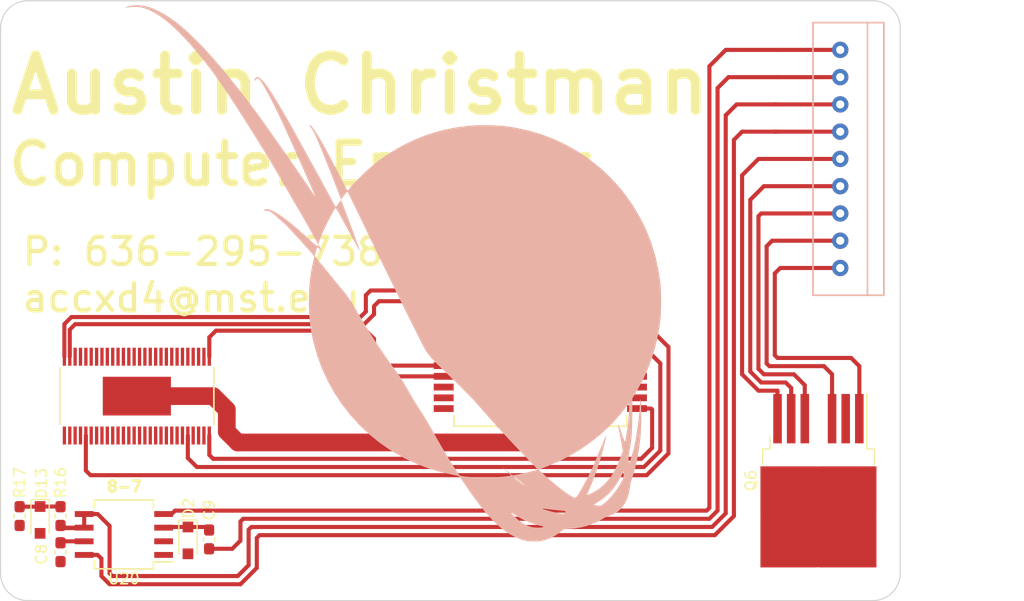
<source format=kicad_pcb>
(kicad_pcb (version 20171130) (host pcbnew "(5.1.2)-1")

  (general
    (thickness 1.6)
    (drawings 21)
    (tracks 157)
    (zones 0)
    (modules 12)
    (nets 2)
  )

  (page A4)
  (layers
    (0 F.Cu signal)
    (31 B.Cu signal)
    (32 B.Adhes user)
    (33 F.Adhes user)
    (34 B.Paste user)
    (35 F.Paste user)
    (36 B.SilkS user)
    (37 F.SilkS user)
    (38 B.Mask user)
    (39 F.Mask user)
    (40 Dwgs.User user)
    (41 Cmts.User user)
    (42 Eco1.User user)
    (43 Eco2.User user)
    (44 Edge.Cuts user)
    (45 Margin user)
    (46 B.CrtYd user)
    (47 F.CrtYd user)
    (48 B.Fab user hide)
    (49 F.Fab user hide)
  )

  (setup
    (last_trace_width 1.651)
    (user_trace_width 0.254)
    (user_trace_width 0.381)
    (user_trace_width 0.762)
    (user_trace_width 1.651)
    (user_trace_width 2.286)
    (user_trace_width 2.54)
    (user_trace_width 3.81)
    (user_trace_width 5.08)
    (trace_clearance 0.2)
    (zone_clearance 0.508)
    (zone_45_only no)
    (trace_min 0.2)
    (via_size 0.8)
    (via_drill 0.4)
    (via_min_size 0.4)
    (via_min_drill 0.3)
    (uvia_size 0.3)
    (uvia_drill 0.1)
    (uvias_allowed no)
    (uvia_min_size 0.2)
    (uvia_min_drill 0.1)
    (edge_width 0.1)
    (segment_width 0.2)
    (pcb_text_width 0.3)
    (pcb_text_size 1.5 1.5)
    (mod_edge_width 0.15)
    (mod_text_size 1 1)
    (mod_text_width 0.15)
    (pad_size 1 1)
    (pad_drill 0)
    (pad_to_mask_clearance 0)
    (aux_axis_origin 0 0)
    (visible_elements 7FFFFFFF)
    (pcbplotparams
      (layerselection 0x010fc_ffffffff)
      (usegerberextensions false)
      (usegerberattributes false)
      (usegerberadvancedattributes false)
      (creategerberjobfile false)
      (excludeedgelayer true)
      (linewidth 0.100000)
      (plotframeref false)
      (viasonmask false)
      (mode 1)
      (useauxorigin false)
      (hpglpennumber 1)
      (hpglpenspeed 20)
      (hpglpendiameter 15.000000)
      (psnegative false)
      (psa4output false)
      (plotreference true)
      (plotvalue true)
      (plotinvisibletext false)
      (padsonsilk false)
      (subtractmaskfromsilk false)
      (outputformat 1)
      (mirror false)
      (drillshape 0)
      (scaleselection 1)
      (outputdirectory "Gerbs/"))
  )

  (net 0 "")
  (net 1 GND)

  (net_class Default "This is the default net class."
    (clearance 0.2)
    (trace_width 0.381)
    (via_dia 0.8)
    (via_drill 0.4)
    (uvia_dia 0.3)
    (uvia_drill 0.1)
  )

  (module MRDT_ICs:MultiPowerSO_30 (layer F.Cu) (tedit 5AAED7C2) (tstamp 5D3B5CBF)
    (at 157.226 100.584)
    (fp_text reference REF** (at -5.9436 9.7536) (layer F.SilkS) hide
      (effects (font (size 1 1) (thickness 0.15)))
    )
    (fp_text value MultiPowerSO_30 (at 0.0254 -9.7282) (layer F.SilkS) hide
      (effects (font (size 1 1) (thickness 0.15)))
    )
    (fp_line (start 8.0518 -7.64927) (end 8.0518 -8.6487) (layer F.SilkS) (width 0.1524))
    (fp_line (start -8.0518 7.64927) (end -8.0518 8.6487) (layer F.SilkS) (width 0.1524))
    (fp_line (start -8.0518 -8.6487) (end -8.0518 8.6487) (layer Dwgs.User) (width 0.1524))
    (fp_line (start 8.0518 -8.6487) (end -8.0518 -8.6487) (layer Dwgs.User) (width 0.1524))
    (fp_line (start 8.0518 8.6487) (end 8.0518 -8.6487) (layer Dwgs.User) (width 0.1524))
    (fp_line (start -8.0518 8.6487) (end 8.0518 8.6487) (layer Dwgs.User) (width 0.1524))
    (fp_line (start -8.0518 -8.6487) (end -8.0518 -7.649268) (layer F.SilkS) (width 0.1524))
    (fp_line (start 8.0518 -8.6487) (end -8.0518 -8.6487) (layer F.SilkS) (width 0.1524))
    (fp_line (start 8.0518 8.6487) (end 8.0518 7.649268) (layer F.SilkS) (width 0.1524))
    (fp_line (start -8.0518 8.6487) (end 8.0518 8.6487) (layer F.SilkS) (width 0.1524))
    (fp_line (start 9.5758 -7.2921) (end 8.0518 -7.2921) (layer Dwgs.User) (width 0.1524))
    (fp_line (start 9.5758 -6.7079) (end 9.5758 -7.2921) (layer Dwgs.User) (width 0.1524))
    (fp_line (start 8.0518 -6.7079) (end 9.5758 -6.7079) (layer Dwgs.User) (width 0.1524))
    (fp_line (start 8.0518 -7.2921) (end 8.0518 -6.7079) (layer Dwgs.User) (width 0.1524))
    (fp_line (start 9.5758 -6.2921) (end 8.0518 -6.2921) (layer Dwgs.User) (width 0.1524))
    (fp_line (start 9.5758 -5.7079) (end 9.5758 -6.2921) (layer Dwgs.User) (width 0.1524))
    (fp_line (start 8.0518 -5.7079) (end 9.5758 -5.7079) (layer Dwgs.User) (width 0.1524))
    (fp_line (start 8.0518 -6.2921) (end 8.0518 -5.7079) (layer Dwgs.User) (width 0.1524))
    (fp_line (start 9.5758 -5.2921) (end 8.0518 -5.2921) (layer Dwgs.User) (width 0.1524))
    (fp_line (start 9.5758 -4.7079) (end 9.5758 -5.2921) (layer Dwgs.User) (width 0.1524))
    (fp_line (start 8.0518 -4.7079) (end 9.5758 -4.7079) (layer Dwgs.User) (width 0.1524))
    (fp_line (start 8.0518 -5.2921) (end 8.0518 -4.7079) (layer Dwgs.User) (width 0.1524))
    (fp_line (start 9.5758 -4.2921) (end 8.0518 -4.2921) (layer Dwgs.User) (width 0.1524))
    (fp_line (start 9.5758 -3.7079) (end 9.5758 -4.2921) (layer Dwgs.User) (width 0.1524))
    (fp_line (start 8.0518 -3.7079) (end 9.5758 -3.7079) (layer Dwgs.User) (width 0.1524))
    (fp_line (start 8.0518 -4.2921) (end 8.0518 -3.7079) (layer Dwgs.User) (width 0.1524))
    (fp_line (start 9.5758 -3.2921) (end 8.0518 -3.2921) (layer Dwgs.User) (width 0.1524))
    (fp_line (start 9.5758 -2.7079) (end 9.5758 -3.2921) (layer Dwgs.User) (width 0.1524))
    (fp_line (start 8.0518 -2.7079) (end 9.5758 -2.7079) (layer Dwgs.User) (width 0.1524))
    (fp_line (start 8.0518 -3.2921) (end 8.0518 -2.7079) (layer Dwgs.User) (width 0.1524))
    (fp_line (start 9.5758 -2.2921) (end 8.0518 -2.2921) (layer Dwgs.User) (width 0.1524))
    (fp_line (start 9.5758 -1.7079) (end 9.5758 -2.2921) (layer Dwgs.User) (width 0.1524))
    (fp_line (start 8.0518 -1.7079) (end 9.5758 -1.7079) (layer Dwgs.User) (width 0.1524))
    (fp_line (start 8.0518 -2.2921) (end 8.0518 -1.7079) (layer Dwgs.User) (width 0.1524))
    (fp_line (start 9.5758 -1.2921) (end 8.0518 -1.2921) (layer Dwgs.User) (width 0.1524))
    (fp_line (start 9.5758 -0.7079) (end 9.5758 -1.2921) (layer Dwgs.User) (width 0.1524))
    (fp_line (start 8.0518 -0.7079) (end 9.5758 -0.7079) (layer Dwgs.User) (width 0.1524))
    (fp_line (start 8.0518 -1.2921) (end 8.0518 -0.7079) (layer Dwgs.User) (width 0.1524))
    (fp_line (start 9.5758 -0.2921) (end 8.0518 -0.2921) (layer Dwgs.User) (width 0.1524))
    (fp_line (start 9.5758 0.2921) (end 9.5758 -0.2921) (layer Dwgs.User) (width 0.1524))
    (fp_line (start 8.0518 0.2921) (end 9.5758 0.2921) (layer Dwgs.User) (width 0.1524))
    (fp_line (start 8.0518 -0.2921) (end 8.0518 0.2921) (layer Dwgs.User) (width 0.1524))
    (fp_line (start 9.5758 0.7079) (end 8.0518 0.7079) (layer Dwgs.User) (width 0.1524))
    (fp_line (start 9.5758 1.2921) (end 9.5758 0.7079) (layer Dwgs.User) (width 0.1524))
    (fp_line (start 8.0518 1.2921) (end 9.5758 1.2921) (layer Dwgs.User) (width 0.1524))
    (fp_line (start 8.0518 0.7079) (end 8.0518 1.2921) (layer Dwgs.User) (width 0.1524))
    (fp_line (start 9.5758 1.7079) (end 8.0518 1.7079) (layer Dwgs.User) (width 0.1524))
    (fp_line (start 9.5758 2.2921) (end 9.5758 1.7079) (layer Dwgs.User) (width 0.1524))
    (fp_line (start 8.0518 2.2921) (end 9.5758 2.2921) (layer Dwgs.User) (width 0.1524))
    (fp_line (start 8.0518 1.7079) (end 8.0518 2.2921) (layer Dwgs.User) (width 0.1524))
    (fp_line (start 9.5758 2.7079) (end 8.0518 2.7079) (layer Dwgs.User) (width 0.1524))
    (fp_line (start 9.5758 3.2921) (end 9.5758 2.7079) (layer Dwgs.User) (width 0.1524))
    (fp_line (start 8.0518 3.2921) (end 9.5758 3.2921) (layer Dwgs.User) (width 0.1524))
    (fp_line (start 8.0518 2.7079) (end 8.0518 3.2921) (layer Dwgs.User) (width 0.1524))
    (fp_line (start 9.5758 3.7079) (end 8.0518 3.7079) (layer Dwgs.User) (width 0.1524))
    (fp_line (start 9.5758 4.2921) (end 9.5758 3.7079) (layer Dwgs.User) (width 0.1524))
    (fp_line (start 8.0518 4.2921) (end 9.5758 4.2921) (layer Dwgs.User) (width 0.1524))
    (fp_line (start 8.0518 3.7079) (end 8.0518 4.2921) (layer Dwgs.User) (width 0.1524))
    (fp_line (start 9.5758 4.7079) (end 8.0518 4.7079) (layer Dwgs.User) (width 0.1524))
    (fp_line (start 9.5758 5.2921) (end 9.5758 4.7079) (layer Dwgs.User) (width 0.1524))
    (fp_line (start 8.0518 5.2921) (end 9.5758 5.2921) (layer Dwgs.User) (width 0.1524))
    (fp_line (start 8.0518 4.7079) (end 8.0518 5.2921) (layer Dwgs.User) (width 0.1524))
    (fp_line (start 9.5758 5.7079) (end 8.0518 5.7079) (layer Dwgs.User) (width 0.1524))
    (fp_line (start 9.5758 6.2921) (end 9.5758 5.7079) (layer Dwgs.User) (width 0.1524))
    (fp_line (start 8.0518 6.2921) (end 9.5758 6.2921) (layer Dwgs.User) (width 0.1524))
    (fp_line (start 8.0518 5.7079) (end 8.0518 6.2921) (layer Dwgs.User) (width 0.1524))
    (fp_line (start 9.5758 6.7079) (end 8.0518 6.7079) (layer Dwgs.User) (width 0.1524))
    (fp_line (start 9.5758 7.2921) (end 9.5758 6.7079) (layer Dwgs.User) (width 0.1524))
    (fp_line (start 8.0518 7.2921) (end 9.5758 7.2921) (layer Dwgs.User) (width 0.1524))
    (fp_line (start 8.0518 6.7079) (end 8.0518 7.2921) (layer Dwgs.User) (width 0.1524))
    (fp_line (start -9.5758 7.2921) (end -8.0518 7.2921) (layer Dwgs.User) (width 0.1524))
    (fp_line (start -9.5758 6.7079) (end -9.5758 7.2921) (layer Dwgs.User) (width 0.1524))
    (fp_line (start -8.0518 6.7079) (end -9.5758 6.7079) (layer Dwgs.User) (width 0.1524))
    (fp_line (start -8.0518 7.2921) (end -8.0518 6.7079) (layer Dwgs.User) (width 0.1524))
    (fp_line (start -9.5758 6.2921) (end -8.0518 6.2921) (layer Dwgs.User) (width 0.1524))
    (fp_line (start -9.5758 5.7079) (end -9.5758 6.2921) (layer Dwgs.User) (width 0.1524))
    (fp_line (start -8.0518 5.7079) (end -9.5758 5.7079) (layer Dwgs.User) (width 0.1524))
    (fp_line (start -8.0518 6.2921) (end -8.0518 5.7079) (layer Dwgs.User) (width 0.1524))
    (fp_line (start -9.5758 5.2921) (end -8.0518 5.2921) (layer Dwgs.User) (width 0.1524))
    (fp_line (start -9.5758 4.7079) (end -9.5758 5.2921) (layer Dwgs.User) (width 0.1524))
    (fp_line (start -8.0518 4.7079) (end -9.5758 4.7079) (layer Dwgs.User) (width 0.1524))
    (fp_line (start -8.0518 5.2921) (end -8.0518 4.7079) (layer Dwgs.User) (width 0.1524))
    (fp_line (start -9.5758 4.2921) (end -8.0518 4.2921) (layer Dwgs.User) (width 0.1524))
    (fp_line (start -9.5758 3.7079) (end -9.5758 4.2921) (layer Dwgs.User) (width 0.1524))
    (fp_line (start -8.0518 3.7079) (end -9.5758 3.7079) (layer Dwgs.User) (width 0.1524))
    (fp_line (start -8.0518 4.2921) (end -8.0518 3.7079) (layer Dwgs.User) (width 0.1524))
    (fp_line (start -9.5758 3.2921) (end -8.0518 3.2921) (layer Dwgs.User) (width 0.1524))
    (fp_line (start -9.5758 2.7079) (end -9.5758 3.2921) (layer Dwgs.User) (width 0.1524))
    (fp_line (start -8.0518 2.7079) (end -9.5758 2.7079) (layer Dwgs.User) (width 0.1524))
    (fp_line (start -8.0518 3.2921) (end -8.0518 2.7079) (layer Dwgs.User) (width 0.1524))
    (fp_line (start -9.5758 2.2921) (end -8.0518 2.2921) (layer Dwgs.User) (width 0.1524))
    (fp_line (start -9.5758 1.7079) (end -9.5758 2.2921) (layer Dwgs.User) (width 0.1524))
    (fp_line (start -8.0518 1.7079) (end -9.5758 1.7079) (layer Dwgs.User) (width 0.1524))
    (fp_line (start -8.0518 2.2921) (end -8.0518 1.7079) (layer Dwgs.User) (width 0.1524))
    (fp_line (start -9.5758 1.2921) (end -8.0518 1.2921) (layer Dwgs.User) (width 0.1524))
    (fp_line (start -9.5758 0.7079) (end -9.5758 1.2921) (layer Dwgs.User) (width 0.1524))
    (fp_line (start -8.0518 0.7079) (end -9.5758 0.7079) (layer Dwgs.User) (width 0.1524))
    (fp_line (start -8.0518 1.2921) (end -8.0518 0.7079) (layer Dwgs.User) (width 0.1524))
    (fp_line (start -9.5758 0.2921) (end -8.0518 0.2921) (layer Dwgs.User) (width 0.1524))
    (fp_line (start -9.5758 -0.2921) (end -9.5758 0.2921) (layer Dwgs.User) (width 0.1524))
    (fp_line (start -8.0518 -0.2921) (end -9.5758 -0.2921) (layer Dwgs.User) (width 0.1524))
    (fp_line (start -8.0518 0.2921) (end -8.0518 -0.2921) (layer Dwgs.User) (width 0.1524))
    (fp_line (start -9.5758 -0.7079) (end -8.0518 -0.7079) (layer Dwgs.User) (width 0.1524))
    (fp_line (start -9.5758 -1.2921) (end -9.5758 -0.7079) (layer Dwgs.User) (width 0.1524))
    (fp_line (start -8.0518 -1.2921) (end -9.5758 -1.2921) (layer Dwgs.User) (width 0.1524))
    (fp_line (start -8.0518 -0.7079) (end -8.0518 -1.2921) (layer Dwgs.User) (width 0.1524))
    (fp_line (start -9.5758 -1.7079) (end -8.0518 -1.7079) (layer Dwgs.User) (width 0.1524))
    (fp_line (start -9.5758 -2.2921) (end -9.5758 -1.7079) (layer Dwgs.User) (width 0.1524))
    (fp_line (start -8.0518 -2.2921) (end -9.5758 -2.2921) (layer Dwgs.User) (width 0.1524))
    (fp_line (start -8.0518 -1.7079) (end -8.0518 -2.2921) (layer Dwgs.User) (width 0.1524))
    (fp_line (start -9.5758 -2.7079) (end -8.0518 -2.7079) (layer Dwgs.User) (width 0.1524))
    (fp_line (start -9.5758 -3.2921) (end -9.5758 -2.7079) (layer Dwgs.User) (width 0.1524))
    (fp_line (start -8.0518 -3.2921) (end -9.5758 -3.2921) (layer Dwgs.User) (width 0.1524))
    (fp_line (start -8.0518 -2.7079) (end -8.0518 -3.2921) (layer Dwgs.User) (width 0.1524))
    (fp_line (start -9.5758 -3.7079) (end -8.0518 -3.7079) (layer Dwgs.User) (width 0.1524))
    (fp_line (start -9.5758 -4.2921) (end -9.5758 -3.7079) (layer Dwgs.User) (width 0.1524))
    (fp_line (start -8.0518 -4.2921) (end -9.5758 -4.2921) (layer Dwgs.User) (width 0.1524))
    (fp_line (start -8.0518 -3.7079) (end -8.0518 -4.2921) (layer Dwgs.User) (width 0.1524))
    (fp_line (start -9.5758 -4.7079) (end -8.0518 -4.7079) (layer Dwgs.User) (width 0.1524))
    (fp_line (start -9.5758 -5.2921) (end -9.5758 -4.7079) (layer Dwgs.User) (width 0.1524))
    (fp_line (start -8.0518 -5.2921) (end -9.5758 -5.2921) (layer Dwgs.User) (width 0.1524))
    (fp_line (start -8.0518 -4.7079) (end -8.0518 -5.2921) (layer Dwgs.User) (width 0.1524))
    (fp_line (start -9.5758 -5.7079) (end -8.0518 -5.7079) (layer Dwgs.User) (width 0.1524))
    (fp_line (start -9.5758 -6.2921) (end -9.5758 -5.7079) (layer Dwgs.User) (width 0.1524))
    (fp_line (start -8.0518 -6.2921) (end -9.5758 -6.2921) (layer Dwgs.User) (width 0.1524))
    (fp_line (start -8.0518 -5.7079) (end -8.0518 -6.2921) (layer Dwgs.User) (width 0.1524))
    (fp_line (start -9.5758 -6.7079) (end -8.0518 -6.7079) (layer Dwgs.User) (width 0.1524))
    (fp_line (start -9.5758 -7.2921) (end -9.5758 -6.7079) (layer Dwgs.User) (width 0.1524))
    (fp_line (start -8.0518 -7.2921) (end -9.5758 -7.2921) (layer Dwgs.User) (width 0.1524))
    (fp_line (start -8.0518 -6.7079) (end -8.0518 -7.2921) (layer Dwgs.User) (width 0.1524))
    (fp_text user "Copyright 2016 Accelerated Designs. All rights reserved." (at 0 0) (layer Cmts.User)
      (effects (font (size 0.127 0.127) (thickness 0.002)))
    )
    (fp_arc (start 0 -8.636) (end 0.6604 -8.636) (angle 90) (layer F.SilkS) (width 0.15))
    (fp_arc (start 0 -8.636) (end 0 -7.9756) (angle 90) (layer F.SilkS) (width 0.15))
    (pad 33 smd rect (at 3.048 4.1656) (size 5.2578 6.223) (layers F.Cu F.Paste F.Mask))
    (pad 32 smd rect (at -3.048 0) (size 5.2578 10.3124) (layers F.Cu F.Paste F.Mask))
    (pad 31 smd rect (at 3.048 -4.1656) (size 5.2578 6.223) (layers F.Cu F.Paste F.Mask))
    (pad 30 smd rect (at 9.0043 -7.000001) (size 1.8542 0.635) (layers F.Cu F.Paste F.Mask))
    (pad 29 smd rect (at 9.0043 -6.000001) (size 1.8542 0.635) (layers F.Cu F.Paste F.Mask))
    (pad 28 smd rect (at 9.0043 -5) (size 1.8542 0.635) (layers F.Cu F.Paste F.Mask))
    (pad 27 smd rect (at 9.0043 -4) (size 1.8542 0.635) (layers F.Cu F.Paste F.Mask))
    (pad 26 smd rect (at 9.0043 -2.999999) (size 1.8542 0.635) (layers F.Cu F.Paste F.Mask))
    (pad 25 smd rect (at 9.0043 -2.000001) (size 1.8542 0.635) (layers F.Cu F.Paste F.Mask))
    (pad 24 smd rect (at 9.0043 -1.000001) (size 1.8542 0.635) (layers F.Cu F.Paste F.Mask))
    (pad 23 smd rect (at 9.0043 0) (size 1.8542 0.635) (layers F.Cu F.Paste F.Mask))
    (pad 22 smd rect (at 9.0043 1.000001) (size 1.8542 0.635) (layers F.Cu F.Paste F.Mask))
    (pad 21 smd rect (at 9.0043 2.000001) (size 1.8542 0.635) (layers F.Cu F.Paste F.Mask))
    (pad 20 smd rect (at 9.0043 2.999999) (size 1.8542 0.635) (layers F.Cu F.Paste F.Mask))
    (pad 19 smd rect (at 9.0043 4) (size 1.8542 0.635) (layers F.Cu F.Paste F.Mask))
    (pad 18 smd rect (at 9.0043 5) (size 1.8542 0.635) (layers F.Cu F.Paste F.Mask))
    (pad 17 smd rect (at 9.0043 6.000001) (size 1.8542 0.635) (layers F.Cu F.Paste F.Mask))
    (pad 16 smd rect (at 9.0043 6.999999) (size 1.8542 0.635) (layers F.Cu F.Paste F.Mask))
    (pad 15 smd rect (at -9.0043 7.000001) (size 1.8542 0.635) (layers F.Cu F.Paste F.Mask))
    (pad 14 smd rect (at -9.0043 6.000001) (size 1.8542 0.635) (layers F.Cu F.Paste F.Mask))
    (pad 13 smd rect (at -9.0043 5) (size 1.8542 0.635) (layers F.Cu F.Paste F.Mask))
    (pad 12 smd rect (at -9.0043 4) (size 1.8542 0.635) (layers F.Cu F.Paste F.Mask))
    (pad 11 smd rect (at -9.0043 2.999999) (size 1.8542 0.635) (layers F.Cu F.Paste F.Mask))
    (pad 10 smd rect (at -9.0043 2.000001) (size 1.8542 0.635) (layers F.Cu F.Paste F.Mask))
    (pad 9 smd rect (at -9.0043 1.000001) (size 1.8542 0.635) (layers F.Cu F.Paste F.Mask))
    (pad 8 smd rect (at -9.0043 0) (size 1.8542 0.635) (layers F.Cu F.Paste F.Mask))
    (pad 7 smd rect (at -9.0043 -1.000001) (size 1.8542 0.635) (layers F.Cu F.Paste F.Mask))
    (pad 6 smd rect (at -9.0043 -2.000001) (size 1.8542 0.635) (layers F.Cu F.Paste F.Mask))
    (pad 5 smd rect (at -9.0043 -2.999999) (size 1.8542 0.635) (layers F.Cu F.Paste F.Mask))
    (pad 4 smd rect (at -9.0043 -4) (size 1.8542 0.635) (layers F.Cu F.Paste F.Mask))
    (pad 3 smd rect (at -9.0043 -5) (size 1.8542 0.635) (layers F.Cu F.Paste F.Mask))
    (pad 2 smd rect (at -9.0043 -6.000001) (size 1.8542 0.635) (layers F.Cu F.Paste F.Mask))
    (pad 1 smd rect (at -9.0043 -6.999999) (size 1.8542 0.635) (layers F.Cu F.Paste F.Mask))
  )

  (module MRDT_ICs:DRV8301 (layer F.Cu) (tedit 5AA891F4) (tstamp 5D3B5326)
    (at 119.634 106.426 90)
    (fp_text reference REF** (at 0.6096 7.9756 90) (layer F.SilkS) hide
      (effects (font (size 1 1) (thickness 0.15)))
    )
    (fp_text value DCA56_6P35X3P61 (at 0 -8.89 90) (layer F.SilkS) hide
      (effects (font (size 1 1) (thickness 0.15)))
    )
    (fp_circle (center 1.1811 2.7559) (end 1.3716 2.7559) (layer Eco1.User) (width 0.1524))
    (fp_circle (center 1.1811 1.9685) (end 1.3716 1.9685) (layer Eco1.User) (width 0.1524))
    (fp_circle (center 1.1811 1.1811) (end 1.3716 1.1811) (layer Eco1.User) (width 0.1524))
    (fp_circle (center 1.1811 0.3937) (end 1.3716 0.3937) (layer Eco1.User) (width 0.1524))
    (fp_circle (center 1.1811 -0.3937) (end 1.3716 -0.3937) (layer Eco1.User) (width 0.1524))
    (fp_circle (center 1.1811 -1.1811) (end 1.3716 -1.1811) (layer Eco1.User) (width 0.1524))
    (fp_circle (center 1.1811 -1.9685) (end 1.3716 -1.9685) (layer Eco1.User) (width 0.1524))
    (fp_circle (center 1.1811 -2.7559) (end 1.3716 -2.7559) (layer Eco1.User) (width 0.1524))
    (fp_circle (center 0.3937 2.7559) (end 0.5842 2.7559) (layer Eco1.User) (width 0.1524))
    (fp_circle (center 0.3937 1.9685) (end 0.5842 1.9685) (layer Eco1.User) (width 0.1524))
    (fp_circle (center 0.3937 1.1811) (end 0.5842 1.1811) (layer Eco1.User) (width 0.1524))
    (fp_circle (center 0.3937 0.3937) (end 0.5842 0.3937) (layer Eco1.User) (width 0.1524))
    (fp_circle (center 0.3937 -0.3937) (end 0.5842 -0.3937) (layer Eco1.User) (width 0.1524))
    (fp_circle (center 0.3937 -1.1811) (end 0.5842 -1.1811) (layer Eco1.User) (width 0.1524))
    (fp_circle (center 0.3937 -1.9685) (end 0.5842 -1.9685) (layer Eco1.User) (width 0.1524))
    (fp_circle (center 0.3937 -2.7559) (end 0.5842 -2.7559) (layer Eco1.User) (width 0.1524))
    (fp_circle (center -0.3937 2.7559) (end -0.2032 2.7559) (layer Eco1.User) (width 0.1524))
    (fp_circle (center -0.3937 1.9685) (end -0.2032 1.9685) (layer Eco1.User) (width 0.1524))
    (fp_circle (center -0.3937 1.1811) (end -0.2032 1.1811) (layer Eco1.User) (width 0.1524))
    (fp_circle (center -0.3937 0.3937) (end -0.2032 0.3937) (layer Eco1.User) (width 0.1524))
    (fp_circle (center -0.3937 -0.3937) (end -0.2032 -0.3937) (layer Eco1.User) (width 0.1524))
    (fp_circle (center -0.3937 -1.1811) (end -0.2032 -1.1811) (layer Eco1.User) (width 0.1524))
    (fp_circle (center -0.3937 -1.9685) (end -0.2032 -1.9685) (layer Eco1.User) (width 0.1524))
    (fp_circle (center -0.3937 -2.7559) (end -0.2032 -2.7559) (layer Eco1.User) (width 0.1524))
    (fp_circle (center -1.1811 2.7559) (end -0.9906 2.7559) (layer Eco1.User) (width 0.1524))
    (fp_circle (center -1.1811 1.9685) (end -0.9906 1.9685) (layer Eco1.User) (width 0.1524))
    (fp_circle (center -1.1811 1.1811) (end -0.9906 1.1811) (layer Eco1.User) (width 0.1524))
    (fp_circle (center -1.1811 0.3937) (end -0.9906 0.3937) (layer Eco1.User) (width 0.1524))
    (fp_circle (center -1.1811 -0.3937) (end -0.9906 -0.3937) (layer Eco1.User) (width 0.1524))
    (fp_circle (center -1.1811 -1.1811) (end -0.9906 -1.1811) (layer Eco1.User) (width 0.1524))
    (fp_circle (center -1.1811 -1.9685) (end -0.9906 -1.9685) (layer Eco1.User) (width 0.1524))
    (fp_circle (center -1.1811 -2.7559) (end -0.9906 -2.7559) (layer Eco1.User) (width 0.1524))
    (fp_arc (start 0 -7.0485) (end 0.3048 -7.0485) (angle 180) (layer Dwgs.User) (width 0.1524))
    (fp_line (start -3.0988 -7.0485) (end -3.0988 7.0485) (layer Dwgs.User) (width 0.1524))
    (fp_line (start 3.0988 -7.0485) (end -3.0988 -7.0485) (layer Dwgs.User) (width 0.1524))
    (fp_line (start 3.0988 7.0485) (end 3.0988 -7.0485) (layer Dwgs.User) (width 0.1524))
    (fp_line (start -3.0988 7.0485) (end 3.0988 7.0485) (layer Dwgs.User) (width 0.1524))
    (fp_line (start 2.642034 -7.1755) (end -2.642034 -7.1755) (layer F.SilkS) (width 0.1524))
    (fp_line (start -2.642034 7.1755) (end 2.642034 7.1755) (layer F.SilkS) (width 0.1524))
    (fp_line (start 4.1529 -6.902386) (end 3.0988 -6.902386) (layer Dwgs.User) (width 0.1524))
    (fp_line (start 4.1529 -6.597586) (end 4.1529 -6.902386) (layer Dwgs.User) (width 0.1524))
    (fp_line (start 3.0988 -6.597586) (end 4.1529 -6.597586) (layer Dwgs.User) (width 0.1524))
    (fp_line (start 3.0988 -6.902386) (end 3.0988 -6.597586) (layer Dwgs.User) (width 0.1524))
    (fp_line (start 4.1529 -6.402387) (end 3.0988 -6.402387) (layer Dwgs.User) (width 0.1524))
    (fp_line (start 4.1529 -6.097587) (end 4.1529 -6.402387) (layer Dwgs.User) (width 0.1524))
    (fp_line (start 3.0988 -6.097587) (end 4.1529 -6.097587) (layer Dwgs.User) (width 0.1524))
    (fp_line (start 3.0988 -6.402387) (end 3.0988 -6.097587) (layer Dwgs.User) (width 0.1524))
    (fp_line (start 4.1529 -5.902388) (end 3.0988 -5.902388) (layer Dwgs.User) (width 0.1524))
    (fp_line (start 4.1529 -5.597588) (end 4.1529 -5.902388) (layer Dwgs.User) (width 0.1524))
    (fp_line (start 3.0988 -5.597588) (end 4.1529 -5.597588) (layer Dwgs.User) (width 0.1524))
    (fp_line (start 3.0988 -5.902388) (end 3.0988 -5.597588) (layer Dwgs.User) (width 0.1524))
    (fp_line (start 4.1529 -5.402389) (end 3.0988 -5.402389) (layer Dwgs.User) (width 0.1524))
    (fp_line (start 4.1529 -5.097589) (end 4.1529 -5.402389) (layer Dwgs.User) (width 0.1524))
    (fp_line (start 3.0988 -5.097589) (end 4.1529 -5.097589) (layer Dwgs.User) (width 0.1524))
    (fp_line (start 3.0988 -5.402389) (end 3.0988 -5.097589) (layer Dwgs.User) (width 0.1524))
    (fp_line (start 4.1529 -4.90239) (end 3.0988 -4.90239) (layer Dwgs.User) (width 0.1524))
    (fp_line (start 4.1529 -4.59759) (end 4.1529 -4.90239) (layer Dwgs.User) (width 0.1524))
    (fp_line (start 3.0988 -4.59759) (end 4.1529 -4.59759) (layer Dwgs.User) (width 0.1524))
    (fp_line (start 3.0988 -4.90239) (end 3.0988 -4.59759) (layer Dwgs.User) (width 0.1524))
    (fp_line (start 4.1529 -4.402391) (end 3.0988 -4.402391) (layer Dwgs.User) (width 0.1524))
    (fp_line (start 4.1529 -4.097591) (end 4.1529 -4.402391) (layer Dwgs.User) (width 0.1524))
    (fp_line (start 3.0988 -4.097591) (end 4.1529 -4.097591) (layer Dwgs.User) (width 0.1524))
    (fp_line (start 3.0988 -4.402391) (end 3.0988 -4.097591) (layer Dwgs.User) (width 0.1524))
    (fp_line (start 4.1529 -3.902392) (end 3.0988 -3.902392) (layer Dwgs.User) (width 0.1524))
    (fp_line (start 4.1529 -3.597592) (end 4.1529 -3.902392) (layer Dwgs.User) (width 0.1524))
    (fp_line (start 3.0988 -3.597592) (end 4.1529 -3.597592) (layer Dwgs.User) (width 0.1524))
    (fp_line (start 3.0988 -3.902392) (end 3.0988 -3.597592) (layer Dwgs.User) (width 0.1524))
    (fp_line (start 4.1529 -3.402393) (end 3.0988 -3.402393) (layer Dwgs.User) (width 0.1524))
    (fp_line (start 4.1529 -3.097593) (end 4.1529 -3.402393) (layer Dwgs.User) (width 0.1524))
    (fp_line (start 3.0988 -3.097593) (end 4.1529 -3.097593) (layer Dwgs.User) (width 0.1524))
    (fp_line (start 3.0988 -3.402393) (end 3.0988 -3.097593) (layer Dwgs.User) (width 0.1524))
    (fp_line (start 4.1529 -2.902394) (end 3.0988 -2.902394) (layer Dwgs.User) (width 0.1524))
    (fp_line (start 4.1529 -2.597594) (end 4.1529 -2.902394) (layer Dwgs.User) (width 0.1524))
    (fp_line (start 3.0988 -2.597594) (end 4.1529 -2.597594) (layer Dwgs.User) (width 0.1524))
    (fp_line (start 3.0988 -2.902394) (end 3.0988 -2.597594) (layer Dwgs.User) (width 0.1524))
    (fp_line (start 4.1529 -2.402395) (end 3.0988 -2.402395) (layer Dwgs.User) (width 0.1524))
    (fp_line (start 4.1529 -2.097595) (end 4.1529 -2.402395) (layer Dwgs.User) (width 0.1524))
    (fp_line (start 3.0988 -2.097595) (end 4.1529 -2.097595) (layer Dwgs.User) (width 0.1524))
    (fp_line (start 3.0988 -2.402395) (end 3.0988 -2.097595) (layer Dwgs.User) (width 0.1524))
    (fp_line (start 4.1529 -1.902396) (end 3.0988 -1.902396) (layer Dwgs.User) (width 0.1524))
    (fp_line (start 4.1529 -1.597596) (end 4.1529 -1.902396) (layer Dwgs.User) (width 0.1524))
    (fp_line (start 3.0988 -1.597596) (end 4.1529 -1.597596) (layer Dwgs.User) (width 0.1524))
    (fp_line (start 3.0988 -1.902396) (end 3.0988 -1.597596) (layer Dwgs.User) (width 0.1524))
    (fp_line (start 4.1529 -1.402397) (end 3.0988 -1.402397) (layer Dwgs.User) (width 0.1524))
    (fp_line (start 4.1529 -1.097597) (end 4.1529 -1.402397) (layer Dwgs.User) (width 0.1524))
    (fp_line (start 3.0988 -1.097597) (end 4.1529 -1.097597) (layer Dwgs.User) (width 0.1524))
    (fp_line (start 3.0988 -1.402397) (end 3.0988 -1.097597) (layer Dwgs.User) (width 0.1524))
    (fp_line (start 4.1529 -0.902398) (end 3.0988 -0.902398) (layer Dwgs.User) (width 0.1524))
    (fp_line (start 4.1529 -0.597598) (end 4.1529 -0.902398) (layer Dwgs.User) (width 0.1524))
    (fp_line (start 3.0988 -0.597598) (end 4.1529 -0.597598) (layer Dwgs.User) (width 0.1524))
    (fp_line (start 3.0988 -0.902398) (end 3.0988 -0.597598) (layer Dwgs.User) (width 0.1524))
    (fp_line (start 4.1529 -0.402399) (end 3.0988 -0.402399) (layer Dwgs.User) (width 0.1524))
    (fp_line (start 4.1529 -0.097599) (end 4.1529 -0.402399) (layer Dwgs.User) (width 0.1524))
    (fp_line (start 3.0988 -0.097599) (end 4.1529 -0.097599) (layer Dwgs.User) (width 0.1524))
    (fp_line (start 3.0988 -0.402399) (end 3.0988 -0.097599) (layer Dwgs.User) (width 0.1524))
    (fp_line (start 4.1529 0.0976) (end 3.0988 0.0976) (layer Dwgs.User) (width 0.1524))
    (fp_line (start 4.1529 0.4024) (end 4.1529 0.0976) (layer Dwgs.User) (width 0.1524))
    (fp_line (start 3.0988 0.4024) (end 4.1529 0.4024) (layer Dwgs.User) (width 0.1524))
    (fp_line (start 3.0988 0.0976) (end 3.0988 0.4024) (layer Dwgs.User) (width 0.1524))
    (fp_line (start 4.1529 0.597599) (end 3.0988 0.597599) (layer Dwgs.User) (width 0.1524))
    (fp_line (start 4.1529 0.902399) (end 4.1529 0.597599) (layer Dwgs.User) (width 0.1524))
    (fp_line (start 3.0988 0.902399) (end 4.1529 0.902399) (layer Dwgs.User) (width 0.1524))
    (fp_line (start 3.0988 0.597599) (end 3.0988 0.902399) (layer Dwgs.User) (width 0.1524))
    (fp_line (start 4.1529 1.097598) (end 3.0988 1.097598) (layer Dwgs.User) (width 0.1524))
    (fp_line (start 4.1529 1.402398) (end 4.1529 1.097598) (layer Dwgs.User) (width 0.1524))
    (fp_line (start 3.0988 1.402398) (end 4.1529 1.402398) (layer Dwgs.User) (width 0.1524))
    (fp_line (start 3.0988 1.097598) (end 3.0988 1.402398) (layer Dwgs.User) (width 0.1524))
    (fp_line (start 4.1529 1.597597) (end 3.0988 1.597597) (layer Dwgs.User) (width 0.1524))
    (fp_line (start 4.1529 1.902397) (end 4.1529 1.597597) (layer Dwgs.User) (width 0.1524))
    (fp_line (start 3.0988 1.902397) (end 4.1529 1.902397) (layer Dwgs.User) (width 0.1524))
    (fp_line (start 3.0988 1.597597) (end 3.0988 1.902397) (layer Dwgs.User) (width 0.1524))
    (fp_line (start 4.1529 2.097596) (end 3.0988 2.097596) (layer Dwgs.User) (width 0.1524))
    (fp_line (start 4.1529 2.402396) (end 4.1529 2.097596) (layer Dwgs.User) (width 0.1524))
    (fp_line (start 3.0988 2.402396) (end 4.1529 2.402396) (layer Dwgs.User) (width 0.1524))
    (fp_line (start 3.0988 2.097596) (end 3.0988 2.402396) (layer Dwgs.User) (width 0.1524))
    (fp_line (start 4.1529 2.597595) (end 3.0988 2.597595) (layer Dwgs.User) (width 0.1524))
    (fp_line (start 4.1529 2.902395) (end 4.1529 2.597595) (layer Dwgs.User) (width 0.1524))
    (fp_line (start 3.0988 2.902395) (end 4.1529 2.902395) (layer Dwgs.User) (width 0.1524))
    (fp_line (start 3.0988 2.597595) (end 3.0988 2.902395) (layer Dwgs.User) (width 0.1524))
    (fp_line (start 4.1529 3.097594) (end 3.0988 3.097594) (layer Dwgs.User) (width 0.1524))
    (fp_line (start 4.1529 3.402394) (end 4.1529 3.097594) (layer Dwgs.User) (width 0.1524))
    (fp_line (start 3.0988 3.402394) (end 4.1529 3.402394) (layer Dwgs.User) (width 0.1524))
    (fp_line (start 3.0988 3.097594) (end 3.0988 3.402394) (layer Dwgs.User) (width 0.1524))
    (fp_line (start 4.1529 3.597593) (end 3.0988 3.597593) (layer Dwgs.User) (width 0.1524))
    (fp_line (start 4.1529 3.902393) (end 4.1529 3.597593) (layer Dwgs.User) (width 0.1524))
    (fp_line (start 3.0988 3.902393) (end 4.1529 3.902393) (layer Dwgs.User) (width 0.1524))
    (fp_line (start 3.0988 3.597593) (end 3.0988 3.902393) (layer Dwgs.User) (width 0.1524))
    (fp_line (start 4.1529 4.097592) (end 3.0988 4.097592) (layer Dwgs.User) (width 0.1524))
    (fp_line (start 4.1529 4.402392) (end 4.1529 4.097592) (layer Dwgs.User) (width 0.1524))
    (fp_line (start 3.0988 4.402392) (end 4.1529 4.402392) (layer Dwgs.User) (width 0.1524))
    (fp_line (start 3.0988 4.097592) (end 3.0988 4.402392) (layer Dwgs.User) (width 0.1524))
    (fp_line (start 4.1529 4.59759) (end 3.0988 4.59759) (layer Dwgs.User) (width 0.1524))
    (fp_line (start 4.1529 4.90239) (end 4.1529 4.59759) (layer Dwgs.User) (width 0.1524))
    (fp_line (start 3.0988 4.90239) (end 4.1529 4.90239) (layer Dwgs.User) (width 0.1524))
    (fp_line (start 3.0988 4.59759) (end 3.0988 4.90239) (layer Dwgs.User) (width 0.1524))
    (fp_line (start 4.1529 5.097589) (end 3.0988 5.097589) (layer Dwgs.User) (width 0.1524))
    (fp_line (start 4.1529 5.402389) (end 4.1529 5.097589) (layer Dwgs.User) (width 0.1524))
    (fp_line (start 3.0988 5.402389) (end 4.1529 5.402389) (layer Dwgs.User) (width 0.1524))
    (fp_line (start 3.0988 5.097589) (end 3.0988 5.402389) (layer Dwgs.User) (width 0.1524))
    (fp_line (start 4.1529 5.597588) (end 3.0988 5.597588) (layer Dwgs.User) (width 0.1524))
    (fp_line (start 4.1529 5.902388) (end 4.1529 5.597588) (layer Dwgs.User) (width 0.1524))
    (fp_line (start 3.0988 5.902388) (end 4.1529 5.902388) (layer Dwgs.User) (width 0.1524))
    (fp_line (start 3.0988 5.597588) (end 3.0988 5.902388) (layer Dwgs.User) (width 0.1524))
    (fp_line (start 4.1529 6.097587) (end 3.0988 6.097587) (layer Dwgs.User) (width 0.1524))
    (fp_line (start 4.1529 6.402387) (end 4.1529 6.097587) (layer Dwgs.User) (width 0.1524))
    (fp_line (start 3.0988 6.402387) (end 4.1529 6.402387) (layer Dwgs.User) (width 0.1524))
    (fp_line (start 3.0988 6.097587) (end 3.0988 6.402387) (layer Dwgs.User) (width 0.1524))
    (fp_line (start 4.1529 6.597586) (end 3.0988 6.597586) (layer Dwgs.User) (width 0.1524))
    (fp_line (start 4.1529 6.902386) (end 4.1529 6.597586) (layer Dwgs.User) (width 0.1524))
    (fp_line (start 3.0988 6.902386) (end 4.1529 6.902386) (layer Dwgs.User) (width 0.1524))
    (fp_line (start 3.0988 6.597586) (end 3.0988 6.902386) (layer Dwgs.User) (width 0.1524))
    (fp_line (start -4.1529 6.902386) (end -3.0988 6.902386) (layer Dwgs.User) (width 0.1524))
    (fp_line (start -4.1529 6.597586) (end -4.1529 6.902386) (layer Dwgs.User) (width 0.1524))
    (fp_line (start -3.0988 6.597586) (end -4.1529 6.597586) (layer Dwgs.User) (width 0.1524))
    (fp_line (start -3.0988 6.902386) (end -3.0988 6.597586) (layer Dwgs.User) (width 0.1524))
    (fp_line (start -4.1529 6.402387) (end -3.0988 6.402387) (layer Dwgs.User) (width 0.1524))
    (fp_line (start -4.1529 6.097587) (end -4.1529 6.402387) (layer Dwgs.User) (width 0.1524))
    (fp_line (start -3.0988 6.097587) (end -4.1529 6.097587) (layer Dwgs.User) (width 0.1524))
    (fp_line (start -3.0988 6.402387) (end -3.0988 6.097587) (layer Dwgs.User) (width 0.1524))
    (fp_line (start -4.1529 5.902388) (end -3.0988 5.902388) (layer Dwgs.User) (width 0.1524))
    (fp_line (start -4.1529 5.597588) (end -4.1529 5.902388) (layer Dwgs.User) (width 0.1524))
    (fp_line (start -3.0988 5.597588) (end -4.1529 5.597588) (layer Dwgs.User) (width 0.1524))
    (fp_line (start -3.0988 5.902388) (end -3.0988 5.597588) (layer Dwgs.User) (width 0.1524))
    (fp_line (start -4.1529 5.402389) (end -3.0988 5.402389) (layer Dwgs.User) (width 0.1524))
    (fp_line (start -4.1529 5.097589) (end -4.1529 5.402389) (layer Dwgs.User) (width 0.1524))
    (fp_line (start -3.0988 5.097589) (end -4.1529 5.097589) (layer Dwgs.User) (width 0.1524))
    (fp_line (start -3.0988 5.402389) (end -3.0988 5.097589) (layer Dwgs.User) (width 0.1524))
    (fp_line (start -4.1529 4.90239) (end -3.0988 4.90239) (layer Dwgs.User) (width 0.1524))
    (fp_line (start -4.1529 4.59759) (end -4.1529 4.90239) (layer Dwgs.User) (width 0.1524))
    (fp_line (start -3.0988 4.59759) (end -4.1529 4.59759) (layer Dwgs.User) (width 0.1524))
    (fp_line (start -3.0988 4.90239) (end -3.0988 4.59759) (layer Dwgs.User) (width 0.1524))
    (fp_line (start -4.1529 4.402391) (end -3.0988 4.402391) (layer Dwgs.User) (width 0.1524))
    (fp_line (start -4.1529 4.097591) (end -4.1529 4.402391) (layer Dwgs.User) (width 0.1524))
    (fp_line (start -3.0988 4.097591) (end -4.1529 4.097591) (layer Dwgs.User) (width 0.1524))
    (fp_line (start -3.0988 4.402391) (end -3.0988 4.097591) (layer Dwgs.User) (width 0.1524))
    (fp_line (start -4.1529 3.902392) (end -3.0988 3.902392) (layer Dwgs.User) (width 0.1524))
    (fp_line (start -4.1529 3.597592) (end -4.1529 3.902392) (layer Dwgs.User) (width 0.1524))
    (fp_line (start -3.0988 3.597592) (end -4.1529 3.597592) (layer Dwgs.User) (width 0.1524))
    (fp_line (start -3.0988 3.902392) (end -3.0988 3.597592) (layer Dwgs.User) (width 0.1524))
    (fp_line (start -4.1529 3.402393) (end -3.0988 3.402393) (layer Dwgs.User) (width 0.1524))
    (fp_line (start -4.1529 3.097593) (end -4.1529 3.402393) (layer Dwgs.User) (width 0.1524))
    (fp_line (start -3.0988 3.097593) (end -4.1529 3.097593) (layer Dwgs.User) (width 0.1524))
    (fp_line (start -3.0988 3.402393) (end -3.0988 3.097593) (layer Dwgs.User) (width 0.1524))
    (fp_line (start -4.1529 2.902394) (end -3.0988 2.902394) (layer Dwgs.User) (width 0.1524))
    (fp_line (start -4.1529 2.597594) (end -4.1529 2.902394) (layer Dwgs.User) (width 0.1524))
    (fp_line (start -3.0988 2.597594) (end -4.1529 2.597594) (layer Dwgs.User) (width 0.1524))
    (fp_line (start -3.0988 2.902394) (end -3.0988 2.597594) (layer Dwgs.User) (width 0.1524))
    (fp_line (start -4.1529 2.402395) (end -3.0988 2.402395) (layer Dwgs.User) (width 0.1524))
    (fp_line (start -4.1529 2.097595) (end -4.1529 2.402395) (layer Dwgs.User) (width 0.1524))
    (fp_line (start -3.0988 2.097595) (end -4.1529 2.097595) (layer Dwgs.User) (width 0.1524))
    (fp_line (start -3.0988 2.402395) (end -3.0988 2.097595) (layer Dwgs.User) (width 0.1524))
    (fp_line (start -4.1529 1.902396) (end -3.0988 1.902396) (layer Dwgs.User) (width 0.1524))
    (fp_line (start -4.1529 1.597596) (end -4.1529 1.902396) (layer Dwgs.User) (width 0.1524))
    (fp_line (start -3.0988 1.597596) (end -4.1529 1.597596) (layer Dwgs.User) (width 0.1524))
    (fp_line (start -3.0988 1.902396) (end -3.0988 1.597596) (layer Dwgs.User) (width 0.1524))
    (fp_line (start -4.1529 1.402397) (end -3.0988 1.402397) (layer Dwgs.User) (width 0.1524))
    (fp_line (start -4.1529 1.097597) (end -4.1529 1.402397) (layer Dwgs.User) (width 0.1524))
    (fp_line (start -3.0988 1.097597) (end -4.1529 1.097597) (layer Dwgs.User) (width 0.1524))
    (fp_line (start -3.0988 1.402397) (end -3.0988 1.097597) (layer Dwgs.User) (width 0.1524))
    (fp_line (start -4.1529 0.902398) (end -3.0988 0.902398) (layer Dwgs.User) (width 0.1524))
    (fp_line (start -4.1529 0.597598) (end -4.1529 0.902398) (layer Dwgs.User) (width 0.1524))
    (fp_line (start -3.0988 0.597598) (end -4.1529 0.597598) (layer Dwgs.User) (width 0.1524))
    (fp_line (start -3.0988 0.902398) (end -3.0988 0.597598) (layer Dwgs.User) (width 0.1524))
    (fp_line (start -4.1529 0.402399) (end -3.0988 0.402399) (layer Dwgs.User) (width 0.1524))
    (fp_line (start -4.1529 0.097599) (end -4.1529 0.402399) (layer Dwgs.User) (width 0.1524))
    (fp_line (start -3.0988 0.097599) (end -4.1529 0.097599) (layer Dwgs.User) (width 0.1524))
    (fp_line (start -3.0988 0.402399) (end -3.0988 0.097599) (layer Dwgs.User) (width 0.1524))
    (fp_line (start -4.1529 -0.0976) (end -3.0988 -0.0976) (layer Dwgs.User) (width 0.1524))
    (fp_line (start -4.1529 -0.4024) (end -4.1529 -0.0976) (layer Dwgs.User) (width 0.1524))
    (fp_line (start -3.0988 -0.4024) (end -4.1529 -0.4024) (layer Dwgs.User) (width 0.1524))
    (fp_line (start -3.0988 -0.0976) (end -3.0988 -0.4024) (layer Dwgs.User) (width 0.1524))
    (fp_line (start -4.1529 -0.597599) (end -3.0988 -0.597599) (layer Dwgs.User) (width 0.1524))
    (fp_line (start -4.1529 -0.902399) (end -4.1529 -0.597599) (layer Dwgs.User) (width 0.1524))
    (fp_line (start -3.0988 -0.902399) (end -4.1529 -0.902399) (layer Dwgs.User) (width 0.1524))
    (fp_line (start -3.0988 -0.597599) (end -3.0988 -0.902399) (layer Dwgs.User) (width 0.1524))
    (fp_line (start -4.1529 -1.097598) (end -3.0988 -1.097598) (layer Dwgs.User) (width 0.1524))
    (fp_line (start -4.1529 -1.402398) (end -4.1529 -1.097598) (layer Dwgs.User) (width 0.1524))
    (fp_line (start -3.0988 -1.402398) (end -4.1529 -1.402398) (layer Dwgs.User) (width 0.1524))
    (fp_line (start -3.0988 -1.097598) (end -3.0988 -1.402398) (layer Dwgs.User) (width 0.1524))
    (fp_line (start -4.1529 -1.597597) (end -3.0988 -1.597597) (layer Dwgs.User) (width 0.1524))
    (fp_line (start -4.1529 -1.902397) (end -4.1529 -1.597597) (layer Dwgs.User) (width 0.1524))
    (fp_line (start -3.0988 -1.902397) (end -4.1529 -1.902397) (layer Dwgs.User) (width 0.1524))
    (fp_line (start -3.0988 -1.597597) (end -3.0988 -1.902397) (layer Dwgs.User) (width 0.1524))
    (fp_line (start -4.1529 -2.097596) (end -3.0988 -2.097596) (layer Dwgs.User) (width 0.1524))
    (fp_line (start -4.1529 -2.402396) (end -4.1529 -2.097596) (layer Dwgs.User) (width 0.1524))
    (fp_line (start -3.0988 -2.402396) (end -4.1529 -2.402396) (layer Dwgs.User) (width 0.1524))
    (fp_line (start -3.0988 -2.097596) (end -3.0988 -2.402396) (layer Dwgs.User) (width 0.1524))
    (fp_line (start -4.1529 -2.597595) (end -3.0988 -2.597595) (layer Dwgs.User) (width 0.1524))
    (fp_line (start -4.1529 -2.902395) (end -4.1529 -2.597595) (layer Dwgs.User) (width 0.1524))
    (fp_line (start -3.0988 -2.902395) (end -4.1529 -2.902395) (layer Dwgs.User) (width 0.1524))
    (fp_line (start -3.0988 -2.597595) (end -3.0988 -2.902395) (layer Dwgs.User) (width 0.1524))
    (fp_line (start -4.1529 -3.097594) (end -3.0988 -3.097594) (layer Dwgs.User) (width 0.1524))
    (fp_line (start -4.1529 -3.402394) (end -4.1529 -3.097594) (layer Dwgs.User) (width 0.1524))
    (fp_line (start -3.0988 -3.402394) (end -4.1529 -3.402394) (layer Dwgs.User) (width 0.1524))
    (fp_line (start -3.0988 -3.097594) (end -3.0988 -3.402394) (layer Dwgs.User) (width 0.1524))
    (fp_line (start -4.1529 -3.597593) (end -3.0988 -3.597593) (layer Dwgs.User) (width 0.1524))
    (fp_line (start -4.1529 -3.902393) (end -4.1529 -3.597593) (layer Dwgs.User) (width 0.1524))
    (fp_line (start -3.0988 -3.902393) (end -4.1529 -3.902393) (layer Dwgs.User) (width 0.1524))
    (fp_line (start -3.0988 -3.597593) (end -3.0988 -3.902393) (layer Dwgs.User) (width 0.1524))
    (fp_line (start -4.1529 -4.097592) (end -3.0988 -4.097592) (layer Dwgs.User) (width 0.1524))
    (fp_line (start -4.1529 -4.402392) (end -4.1529 -4.097592) (layer Dwgs.User) (width 0.1524))
    (fp_line (start -3.0988 -4.402392) (end -4.1529 -4.402392) (layer Dwgs.User) (width 0.1524))
    (fp_line (start -3.0988 -4.097592) (end -3.0988 -4.402392) (layer Dwgs.User) (width 0.1524))
    (fp_line (start -4.1529 -4.597591) (end -3.0988 -4.597591) (layer Dwgs.User) (width 0.1524))
    (fp_line (start -4.1529 -4.902391) (end -4.1529 -4.597591) (layer Dwgs.User) (width 0.1524))
    (fp_line (start -3.0988 -4.902391) (end -4.1529 -4.902391) (layer Dwgs.User) (width 0.1524))
    (fp_line (start -3.0988 -4.597591) (end -3.0988 -4.902391) (layer Dwgs.User) (width 0.1524))
    (fp_line (start -4.1529 -5.09759) (end -3.0988 -5.09759) (layer Dwgs.User) (width 0.1524))
    (fp_line (start -4.1529 -5.40239) (end -4.1529 -5.09759) (layer Dwgs.User) (width 0.1524))
    (fp_line (start -3.0988 -5.40239) (end -4.1529 -5.40239) (layer Dwgs.User) (width 0.1524))
    (fp_line (start -3.0988 -5.09759) (end -3.0988 -5.40239) (layer Dwgs.User) (width 0.1524))
    (fp_line (start -4.1529 -5.597589) (end -3.0988 -5.597589) (layer Dwgs.User) (width 0.1524))
    (fp_line (start -4.1529 -5.902389) (end -4.1529 -5.597589) (layer Dwgs.User) (width 0.1524))
    (fp_line (start -3.0988 -5.902389) (end -4.1529 -5.902389) (layer Dwgs.User) (width 0.1524))
    (fp_line (start -3.0988 -5.597589) (end -3.0988 -5.902389) (layer Dwgs.User) (width 0.1524))
    (fp_line (start -4.1529 -6.097587) (end -3.0988 -6.097587) (layer Dwgs.User) (width 0.1524))
    (fp_line (start -4.1529 -6.402388) (end -4.1529 -6.097587) (layer Dwgs.User) (width 0.1524))
    (fp_line (start -3.0988 -6.402388) (end -4.1529 -6.402388) (layer Dwgs.User) (width 0.1524))
    (fp_line (start -3.0988 -6.097587) (end -3.0988 -6.402388) (layer Dwgs.User) (width 0.1524))
    (fp_line (start -4.1529 -6.597586) (end -3.0988 -6.597586) (layer Dwgs.User) (width 0.1524))
    (fp_line (start -4.1529 -6.902386) (end -4.1529 -6.597586) (layer Dwgs.User) (width 0.1524))
    (fp_line (start -3.0988 -6.902386) (end -4.1529 -6.902386) (layer Dwgs.User) (width 0.1524))
    (fp_line (start -3.0988 -6.597586) (end -3.0988 -6.902386) (layer Dwgs.User) (width 0.1524))
    (fp_text user "Copyright 2016 Accelerated Designs. All rights reserved." (at 0 0 90) (layer Cmts.User)
      (effects (font (size 0.127 0.127) (thickness 0.002)))
    )
    (pad 57 smd rect (at 0 0 90) (size 3.61 6.35) (layers F.Cu F.Paste F.Mask))
    (pad 56 smd rect (at 3.6703 -6.749986 90) (size 1.6764 0.3048) (layers F.Cu F.Paste F.Mask))
    (pad 55 smd rect (at 3.6703 -6.249988 90) (size 1.6764 0.3048) (layers F.Cu F.Paste F.Mask))
    (pad 54 smd rect (at 3.6703 -5.749988 90) (size 1.6764 0.3048) (layers F.Cu F.Paste F.Mask))
    (pad 53 smd rect (at 3.6703 -5.24999 90) (size 1.6764 0.3048) (layers F.Cu F.Paste F.Mask))
    (pad 52 smd rect (at 3.6703 -4.74999 90) (size 1.6764 0.3048) (layers F.Cu F.Paste F.Mask))
    (pad 51 smd rect (at 3.6703 -4.249991 90) (size 1.6764 0.3048) (layers F.Cu F.Paste F.Mask))
    (pad 50 smd rect (at 3.6703 -3.749992 90) (size 1.6764 0.3048) (layers F.Cu F.Paste F.Mask))
    (pad 49 smd rect (at 3.6703 -3.249994 90) (size 1.6764 0.3048) (layers F.Cu F.Paste F.Mask))
    (pad 48 smd rect (at 3.6703 -2.749994 90) (size 1.6764 0.3048) (layers F.Cu F.Paste F.Mask))
    (pad 47 smd rect (at 3.6703 -2.249996 90) (size 1.6764 0.3048) (layers F.Cu F.Paste F.Mask))
    (pad 46 smd rect (at 3.6703 -1.749996 90) (size 1.6764 0.3048) (layers F.Cu F.Paste F.Mask))
    (pad 45 smd rect (at 3.6703 -1.249997 90) (size 1.6764 0.3048) (layers F.Cu F.Paste F.Mask))
    (pad 44 smd rect (at 3.6703 -0.749998 90) (size 1.6764 0.3048) (layers F.Cu F.Paste F.Mask))
    (pad 43 smd rect (at 3.6703 -0.25 90) (size 1.6764 0.3048) (layers F.Cu F.Paste F.Mask))
    (pad 42 smd rect (at 3.6703 0.25 90) (size 1.6764 0.3048) (layers F.Cu F.Paste F.Mask))
    (pad 41 smd rect (at 3.6703 0.749998 90) (size 1.6764 0.3048) (layers F.Cu F.Paste F.Mask))
    (pad 40 smd rect (at 3.6703 1.249997 90) (size 1.6764 0.3048) (layers F.Cu F.Paste F.Mask))
    (pad 39 smd rect (at 3.6703 1.749996 90) (size 1.6764 0.3048) (layers F.Cu F.Paste F.Mask))
    (pad 38 smd rect (at 3.6703 2.249996 90) (size 1.6764 0.3048) (layers F.Cu F.Paste F.Mask))
    (pad 37 smd rect (at 3.6703 2.749994 90) (size 1.6764 0.3048) (layers F.Cu F.Paste F.Mask))
    (pad 36 smd rect (at 3.6703 3.249994 90) (size 1.6764 0.3048) (layers F.Cu F.Paste F.Mask))
    (pad 35 smd rect (at 3.6703 3.749992 90) (size 1.6764 0.3048) (layers F.Cu F.Paste F.Mask))
    (pad 34 smd rect (at 3.6703 4.249991 90) (size 1.6764 0.3048) (layers F.Cu F.Paste F.Mask))
    (pad 33 smd rect (at 3.6703 4.74999 90) (size 1.6764 0.3048) (layers F.Cu F.Paste F.Mask))
    (pad 32 smd rect (at 3.6703 5.24999 90) (size 1.6764 0.3048) (layers F.Cu F.Paste F.Mask))
    (pad 31 smd rect (at 3.6703 5.749988 90) (size 1.6764 0.3048) (layers F.Cu F.Paste F.Mask))
    (pad 30 smd rect (at 3.6703 6.249988 90) (size 1.6764 0.3048) (layers F.Cu F.Paste F.Mask))
    (pad 29 smd rect (at 3.6703 6.749986 90) (size 1.6764 0.3048) (layers F.Cu F.Paste F.Mask))
    (pad 28 smd rect (at -3.6703 6.749986 90) (size 1.6764 0.3048) (layers F.Cu F.Paste F.Mask))
    (pad 27 smd rect (at -3.6703 6.249988 90) (size 1.6764 0.3048) (layers F.Cu F.Paste F.Mask))
    (pad 26 smd rect (at -3.6703 5.749988 90) (size 1.6764 0.3048) (layers F.Cu F.Paste F.Mask))
    (pad 25 smd rect (at -3.6703 5.24999 90) (size 1.6764 0.3048) (layers F.Cu F.Paste F.Mask))
    (pad 24 smd rect (at -3.6703 4.74999 90) (size 1.6764 0.3048) (layers F.Cu F.Paste F.Mask))
    (pad 23 smd rect (at -3.6703 4.249991 90) (size 1.6764 0.3048) (layers F.Cu F.Paste F.Mask))
    (pad 22 smd rect (at -3.6703 3.749992 90) (size 1.6764 0.3048) (layers F.Cu F.Paste F.Mask))
    (pad 21 smd rect (at -3.6703 3.249994 90) (size 1.6764 0.3048) (layers F.Cu F.Paste F.Mask))
    (pad 20 smd rect (at -3.6703 2.749994 90) (size 1.6764 0.3048) (layers F.Cu F.Paste F.Mask))
    (pad 19 smd rect (at -3.6703 2.249996 90) (size 1.6764 0.3048) (layers F.Cu F.Paste F.Mask))
    (pad 18 smd rect (at -3.6703 1.749996 90) (size 1.6764 0.3048) (layers F.Cu F.Paste F.Mask))
    (pad 17 smd rect (at -3.6703 1.249997 90) (size 1.6764 0.3048) (layers F.Cu F.Paste F.Mask))
    (pad 16 smd rect (at -3.6703 0.749998 90) (size 1.6764 0.3048) (layers F.Cu F.Paste F.Mask))
    (pad 15 smd rect (at -3.6703 0.25 90) (size 1.6764 0.3048) (layers F.Cu F.Paste F.Mask))
    (pad 14 smd rect (at -3.6703 -0.25 90) (size 1.6764 0.3048) (layers F.Cu F.Paste F.Mask))
    (pad 13 smd rect (at -3.6703 -0.749998 90) (size 1.6764 0.3048) (layers F.Cu F.Paste F.Mask))
    (pad 12 smd rect (at -3.6703 -1.249997 90) (size 1.6764 0.3048) (layers F.Cu F.Paste F.Mask))
    (pad 11 smd rect (at -3.6703 -1.749996 90) (size 1.6764 0.3048) (layers F.Cu F.Paste F.Mask))
    (pad 10 smd rect (at -3.6703 -2.249996 90) (size 1.6764 0.3048) (layers F.Cu F.Paste F.Mask))
    (pad 9 smd rect (at -3.6703 -2.749994 90) (size 1.6764 0.3048) (layers F.Cu F.Paste F.Mask))
    (pad 8 smd rect (at -3.6703 -3.249994 90) (size 1.6764 0.3048) (layers F.Cu F.Paste F.Mask))
    (pad 7 smd rect (at -3.6703 -3.749992 90) (size 1.6764 0.3048) (layers F.Cu F.Paste F.Mask))
    (pad 6 smd rect (at -3.6703 -4.249991 90) (size 1.6764 0.3048) (layers F.Cu F.Paste F.Mask))
    (pad 5 smd rect (at -3.6703 -4.74999 90) (size 1.6764 0.3048) (layers F.Cu F.Paste F.Mask))
    (pad 4 smd rect (at -3.6703 -5.24999 90) (size 1.6764 0.3048) (layers F.Cu F.Paste F.Mask))
    (pad 3 smd rect (at -3.6703 -5.749988 90) (size 1.6764 0.3048) (layers F.Cu F.Paste F.Mask))
    (pad 2 smd rect (at -3.6703 -6.249988 90) (size 1.6764 0.3048) (layers F.Cu F.Paste F.Mask))
    (pad 1 smd rect (at -3.6703 -6.749986 90) (size 1.6764 0.3048) (layers F.Cu F.Paste F.Mask))
  )

  (module MRDT_Silkscreens:0_MRDT_Logo_50mm (layer B.Cu) (tedit 5AA4CB21) (tstamp 5D3ABA14)
    (at 143.51 94.996 180)
    (tags "Logo, MRDT")
    (fp_text reference G*** (at -8.5852 -26.7716) (layer F.SilkS) hide
      (effects (font (size 1.524 1.524) (thickness 0.3)))
    )
    (fp_text value LOGO (at -8.6614 18.9738) (layer F.SilkS) hide
      (effects (font (size 1.524 1.524) (thickness 0.3)))
    )
    (fp_poly (pts (xy 24.17749 24.967473) (xy 24.504768 24.92027) (xy 24.771236 24.842802) (xy 24.811881 24.825202)
      (xy 24.975 24.749613) (xy 24.825 24.774986) (xy 24.302943 24.833536) (xy 23.813955 24.829637)
      (xy 23.380248 24.763533) (xy 23.36234 24.759087) (xy 22.856937 24.592882) (xy 22.330273 24.34383)
      (xy 21.780552 24.010468) (xy 21.205977 23.591335) (xy 20.604751 23.084968) (xy 19.975079 22.489905)
      (xy 19.315163 21.804683) (xy 18.623207 21.02784) (xy 18.278404 20.621077) (xy 17.958962 20.235274)
      (xy 17.653782 19.859058) (xy 17.358082 19.485516) (xy 17.067079 19.107735) (xy 16.775991 18.718801)
      (xy 16.480035 18.311803) (xy 16.17443 17.879825) (xy 15.854392 17.415956) (xy 15.515139 16.913282)
      (xy 15.151889 16.364889) (xy 14.759859 15.763865) (xy 14.334268 15.103297) (xy 13.870332 14.376271)
      (xy 13.36327 13.575873) (xy 12.93715 12.9) (xy 11.965427 11.333026) (xy 11.030806 9.7796)
      (xy 10.148311 8.264797) (xy 9.926211 7.875) (xy 9.725492 7.522825) (xy 9.492952 7.117774)
      (xy 9.247735 6.69301) (xy 9.008985 6.281696) (xy 8.7995 5.923219) (xy 8.59085 5.565548)
      (xy 8.361973 5.169449) (xy 8.130532 4.765738) (xy 7.914192 4.385234) (xy 7.730619 4.058754)
      (xy 7.724746 4.048219) (xy 7.566427 3.764659) (xy 7.416235 3.496552) (xy 7.284162 3.261669)
      (xy 7.180201 3.077778) (xy 7.114344 2.962649) (xy 7.112271 2.959085) (xy 6.986494 2.743169)
      (xy 6.792385 3.259085) (xy 6.690575 3.514239) (xy 6.564 3.807281) (xy 6.41901 4.125754)
      (xy 6.261953 4.4572) (xy 6.099181 4.789161) (xy 5.937044 5.10918) (xy 5.781891 5.404799)
      (xy 5.640072 5.663561) (xy 5.517937 5.873009) (xy 5.421837 6.020684) (xy 5.358122 6.09413)
      (xy 5.344279 6.1) (xy 5.310683 6.058198) (xy 5.238564 5.942279) (xy 5.136243 5.766481)
      (xy 5.012037 5.545038) (xy 4.898679 5.3375) (xy 4.71564 4.999868) (xy 4.519366 4.640129)
      (xy 4.315834 4.269028) (xy 4.111023 3.897309) (xy 3.910908 3.535719) (xy 3.721468 3.195001)
      (xy 3.548681 2.8859) (xy 3.398524 2.619162) (xy 3.276974 2.405531) (xy 3.190009 2.255752)
      (xy 3.143607 2.18057) (xy 3.139338 2.175) (xy 3.13587 2.196949) (xy 3.162448 2.295528)
      (xy 3.214018 2.453731) (xy 3.265595 2.6) (xy 3.390854 2.94417) (xy 3.530089 3.323839)
      (xy 3.679322 3.728407) (xy 3.834572 4.147275) (xy 3.991861 4.569841) (xy 4.147207 4.985507)
      (xy 4.296632 5.383672) (xy 4.436156 5.753736) (xy 4.561799 6.0851) (xy 4.669581 6.367162)
      (xy 4.755522 6.589324) (xy 4.815643 6.740985) (xy 4.845963 6.811545) (xy 4.848108 6.814999)
      (xy 4.890281 6.795447) (xy 4.969381 6.707922) (xy 5.070261 6.569822) (xy 5.098371 6.527499)
      (xy 5.202663 6.373359) (xy 5.287667 6.258622) (xy 5.338172 6.203533) (xy 5.343372 6.20143)
      (xy 5.37503 6.243995) (xy 5.446199 6.362437) (xy 5.549765 6.54417) (xy 5.678611 6.77661)
      (xy 5.825619 7.047169) (xy 5.9 7.185859) (xy 6.075163 7.511996) (xy 6.28488 7.899513)
      (xy 6.515003 8.32245) (xy 6.751386 8.754847) (xy 6.979881 9.170745) (xy 7.118576 9.42193)
      (xy 7.319906 9.786287) (xy 7.556404 10.215313) (xy 7.815357 10.685885) (xy 8.084055 11.17488)
      (xy 8.349785 11.659173) (xy 8.599835 12.115641) (xy 8.687009 12.275) (xy 9.092158 13.010081)
      (xy 9.490109 13.720661) (xy 9.876551 14.399509) (xy 10.247174 15.039393) (xy 10.597667 15.633081)
      (xy 10.923718 16.17334) (xy 11.221018 16.65294) (xy 11.485255 17.064649) (xy 11.712118 17.401233)
      (xy 11.883474 17.637483) (xy 12.1235 17.926904) (xy 12.337571 18.134994) (xy 12.522138 18.259773)
      (xy 12.673655 18.299258) (xy 12.788573 18.25147) (xy 12.841974 18.172648) (xy 12.891473 18.039086)
      (xy 12.899991 17.960563) (xy 12.871821 17.950077) (xy 12.811255 18.020627) (xy 12.798475 18.040909)
      (xy 12.701991 18.1581) (xy 12.612349 18.190853) (xy 12.611162 18.190641) (xy 12.517195 18.130663)
      (xy 12.387054 17.980892) (xy 12.222319 17.744134) (xy 12.024572 17.423196) (xy 11.795394 17.020882)
      (xy 11.536367 16.54) (xy 11.249071 15.983355) (xy 10.935088 15.353752) (xy 10.595999 14.653999)
      (xy 10.474985 14.4) (xy 10.355808 14.146051) (xy 10.210345 13.831489) (xy 10.042259 13.464543)
      (xy 9.855208 13.053441) (xy 9.652852 12.606413) (xy 9.438853 12.131687) (xy 9.216869 11.637493)
      (xy 8.990561 11.132059) (xy 8.763589 10.623614) (xy 8.539613 10.120387) (xy 8.322293 9.630606)
      (xy 8.115289 9.162501) (xy 7.922262 8.7243) (xy 7.74687 8.324233) (xy 7.592776 7.970527)
      (xy 7.463637 7.671413) (xy 7.363115 7.435119) (xy 7.29487 7.269873) (xy 7.262561 7.183904)
      (xy 7.260668 7.173319) (xy 7.291279 7.209097) (xy 7.369667 7.316909) (xy 7.488079 7.485626)
      (xy 7.63876 7.704119) (xy 7.813955 7.961257) (xy 7.95 8.162707) (xy 8.176787 8.497631)
      (xy 8.445282 8.890624) (xy 8.748631 9.331892) (xy 9.079982 9.811645) (xy 9.432481 10.320091)
      (xy 9.799275 10.84744) (xy 10.17351 11.383899) (xy 10.548334 11.919677) (xy 10.916892 12.444983)
      (xy 11.272331 12.950025) (xy 11.607798 13.425012) (xy 11.916441 13.860153) (xy 12.191405 14.245656)
      (xy 12.425836 14.57173) (xy 12.612883 14.828583) (xy 12.665652 14.9) (xy 13.578378 16.113663)
      (xy 14.448805 17.239585) (xy 15.27882 18.279734) (xy 16.070311 19.236079) (xy 16.825164 20.110588)
      (xy 17.545267 20.905227) (xy 18.232507 21.621966) (xy 18.888771 22.262771) (xy 19.515947 22.829611)
      (xy 20.115922 23.324454) (xy 20.690583 23.749267) (xy 21.241818 24.106018) (xy 21.771513 24.396676)
      (xy 21.775 24.398408) (xy 22.169843 24.586848) (xy 22.505898 24.728309) (xy 22.807781 24.83098)
      (xy 23.100107 24.903054) (xy 23.407492 24.952722) (xy 23.460302 24.959206) (xy 23.819351 24.981441)
      (xy 24.17749 24.967473)) (layer B.SilkS) (width 0.01))
    (fp_poly (pts (xy 3.1 2.075) (xy 3.075 2.05) (xy 3.05 2.075) (xy 3.075 2.1)
      (xy 3.1 2.075)) (layer B.SilkS) (width 0.01))
    (fp_poly (pts (xy 7.790976 13.820251) (xy 7.764792 13.759986) (xy 7.679641 13.631787) (xy 7.630789 13.562616)
      (xy 7.5394 13.427718) (xy 7.449859 13.27965) (xy 7.356546 13.106571) (xy 7.253843 12.896641)
      (xy 7.136132 12.638019) (xy 6.997792 12.318864) (xy 6.833206 11.927335) (xy 6.686679 11.573038)
      (xy 6.562062 11.267116) (xy 6.408367 10.884758) (xy 6.232257 10.442922) (xy 6.040396 9.958567)
      (xy 5.839447 9.448649) (xy 5.636073 8.930128) (xy 5.436939 8.419963) (xy 5.248707 7.93511)
      (xy 5.078041 7.492529) (xy 4.931604 7.109178) (xy 4.902467 7.032266) (xy 4.848494 6.889531)
      (xy 4.568041 7.27356) (xy 4.444042 7.434115) (xy 4.339337 7.552649) (xy 4.268412 7.613636)
      (xy 4.248236 7.616295) (xy 4.220256 7.565248) (xy 4.152626 7.431687) (xy 4.04906 7.223207)
      (xy 3.913276 6.9474) (xy 3.748986 6.611862) (xy 3.559908 6.224186) (xy 3.349755 5.791966)
      (xy 3.122242 5.322797) (xy 2.881086 4.824272) (xy 2.784849 4.625) (xy 2.230786 3.477883)
      (xy 1.716649 2.41486) (xy 1.239401 1.429726) (xy 0.796007 0.516275) (xy 0.383432 -0.331701)
      (xy -0.00136 -1.120408) (xy -0.361405 -1.856052) (xy -0.699737 -2.54484) (xy -1.019392 -3.192978)
      (xy -1.323407 -3.806673) (xy -1.614815 -4.392131) (xy -1.896654 -4.955558) (xy -2.057083 -5.275)
      (xy -2.274517 -5.70989) (xy -2.460186 -6.083745) (xy -2.620695 -6.405148) (xy -2.762645 -6.682684)
      (xy -2.892642 -6.924938) (xy -3.017287 -7.140492) (xy -3.143185 -7.337932) (xy -3.276939 -7.525843)
      (xy -3.425151 -7.712807) (xy -3.594426 -7.90741) (xy -3.791367 -8.118236) (xy -4.022576 -8.35387)
      (xy -4.294658 -8.622894) (xy -4.614216 -8.933895) (xy -4.987853 -9.295455) (xy -5.422172 -9.71616)
      (xy -5.625 -9.913269) (xy -5.990847 -10.271245) (xy -6.348771 -10.625215) (xy -6.689431 -10.965687)
      (xy -7.00349 -11.283166) (xy -7.281608 -11.568158) (xy -7.514446 -11.811171) (xy -7.692664 -12.002711)
      (xy -7.796404 -12.120556) (xy -8.078539 -12.452288) (xy -8.42066 -12.844544) (xy -8.812761 -13.286428)
      (xy -9.244834 -13.767041) (xy -9.706875 -14.275486) (xy -10.188878 -14.800864) (xy -10.680835 -15.332277)
      (xy -11.172742 -15.858829) (xy -11.654593 -16.36962) (xy -12.11638 -16.853753) (xy -12.5481 -17.300331)
      (xy -12.618742 -17.372713) (xy -12.857666 -17.617835) (xy -13.070996 -17.838033) (xy -13.249513 -18.023679)
      (xy -13.383996 -18.165148) (xy -13.465226 -18.252813) (xy -13.48562 -18.277803) (xy -13.424164 -18.299699)
      (xy -13.284921 -18.339759) (xy -13.087389 -18.393013) (xy -12.85107 -18.454491) (xy -12.595462 -18.519221)
      (xy -12.340065 -18.582234) (xy -12.104379 -18.638559) (xy -11.907903 -18.683224) (xy -11.831997 -18.699319)
      (xy -11.510879 -18.759869) (xy -11.277509 -18.791758) (xy -11.124006 -18.795572) (xy -11.04249 -18.771895)
      (xy -11.030419 -18.758767) (xy -10.982649 -18.711636) (xy -10.874559 -18.617968) (xy -10.72429 -18.493222)
      (xy -10.614968 -18.404704) (xy -10.225 -18.091874) (xy -10.619592 -18.464042) (xy -11.014183 -18.83621)
      (xy -10.844592 -18.866561) (xy -10.543996 -18.910039) (xy -10.183711 -18.945258) (xy -9.777388 -18.972318)
      (xy -9.338679 -18.991319) (xy -8.881234 -19.00236) (xy -8.418704 -19.005543) (xy -7.964742 -19.000965)
      (xy -7.532998 -18.988729) (xy -7.137123 -18.968933) (xy -6.790769 -18.941677) (xy -6.507586 -18.907062)
      (xy -6.301227 -18.865186) (xy -6.211813 -18.832648) (xy -6.15464 -18.773656) (xy -6.053448 -18.636558)
      (xy -5.913629 -18.430186) (xy -5.740576 -18.163374) (xy -5.539679 -17.844957) (xy -5.316332 -17.483766)
      (xy -5.075927 -17.088635) (xy -4.823855 -16.668399) (xy -4.565508 -16.231889) (xy -4.306279 -15.787941)
      (xy -4.05156 -15.345386) (xy -3.806742 -14.913059) (xy -3.673917 -14.675) (xy -3.463146 -14.301407)
      (xy -3.236778 -13.911364) (xy -3.008007 -13.526842) (xy -2.790032 -13.169813) (xy -2.596049 -12.862249)
      (xy -2.472717 -12.675) (xy -2.288191 -12.393244) (xy -2.073894 -12.050924) (xy -1.846694 -11.675931)
      (xy -1.623462 -11.296156) (xy -1.42107 -10.939491) (xy -1.400821 -10.902896) (xy -1.152336 -10.463901)
      (xy -0.907986 -10.058165) (xy -0.650194 -9.658415) (xy -0.361384 -9.237376) (xy -0.031374 -8.777896)
      (xy 0.675316 -7.79052) (xy 1.343116 -6.814997) (xy 1.987551 -5.827268) (xy 2.624145 -4.803274)
      (xy 3.268424 -3.718956) (xy 3.567809 -3.2) (xy 3.747456 -2.891298) (xy 3.910933 -2.624833)
      (xy 4.072973 -2.379723) (xy 4.248312 -2.135088) (xy 4.451686 -1.870048) (xy 4.697828 -1.563725)
      (xy 4.873352 -1.35) (xy 5.115598 -1.056153) (xy 5.356558 -0.763051) (xy 5.582567 -0.487373)
      (xy 5.779963 -0.2458) (xy 5.935083 -0.055011) (xy 5.999652 0.025) (xy 6.155048 0.216429)
      (xy 6.351796 0.455796) (xy 6.566523 0.71481) (xy 6.775854 0.965184) (xy 6.810464 1.006326)
      (xy 6.980903 1.212704) (xy 7.125527 1.395409) (xy 7.233036 1.539567) (xy 7.292135 1.630301)
      (xy 7.3 1.650936) (xy 7.28666 1.72602) (xy 7.252336 1.862475) (xy 7.205568 2.030912)
      (xy 7.154895 2.201942) (xy 7.108859 2.346176) (xy 7.075999 2.434224) (xy 7.068701 2.446882)
      (xy 7.025044 2.426636) (xy 6.931228 2.352334) (xy 6.814879 2.246882) (xy 6.69949 2.1429)
      (xy 6.645473 2.108446) (xy 6.655946 2.145453) (xy 6.658701 2.15) (xy 6.728606 2.27155)
      (xy 6.814605 2.431191) (xy 6.848535 2.496803) (xy 6.916767 2.625058) (xy 6.958615 2.67486)
      (xy 6.991564 2.657618) (xy 7.020269 2.60884) (xy 7.047179 2.56793) (xy 7.081165 2.553911)
      (xy 7.13508 2.574819) (xy 7.221776 2.63869) (xy 7.354107 2.753562) (xy 7.544925 2.927471)
      (xy 7.577006 2.956957) (xy 8.142923 3.472909) (xy 8.647083 3.922887) (xy 9.096936 4.313105)
      (xy 9.49993 4.649774) (xy 9.863513 4.939106) (xy 10.195134 5.187315) (xy 10.502241 5.400612)
      (xy 10.525 5.415709) (xy 10.932046 5.667751) (xy 11.280355 5.847166) (xy 11.568194 5.95334)
      (xy 11.793832 5.985657) (xy 11.955536 5.943504) (xy 11.975 5.930085) (xy 12.028376 5.883333)
      (xy 12.018439 5.860501) (xy 11.930707 5.852689) (xy 11.847289 5.851591) (xy 11.624378 5.81853)
      (xy 11.403209 5.712733) (xy 11.39336 5.706538) (xy 11.218233 5.5828) (xy 10.991413 5.403878)
      (xy 10.731328 5.185883) (xy 10.456406 4.944924) (xy 10.185078 4.697112) (xy 9.93577 4.458558)
      (xy 9.75 4.269895) (xy 9.595716 4.105436) (xy 9.40027 3.894589) (xy 9.173923 3.648657)
      (xy 8.926932 3.378942) (xy 8.669558 3.096748) (xy 8.412059 2.813377) (xy 8.164696 2.540132)
      (xy 7.937728 2.288317) (xy 7.741414 2.069234) (xy 7.586013 1.894186) (xy 7.481785 1.774476)
      (xy 7.447595 1.7333) (xy 7.337392 1.593199) (xy 7.472626 0.9841) (xy 7.583715 0.455049)
      (xy 7.670094 -0.029131) (xy 7.73503 -0.496709) (xy 7.781792 -0.97595) (xy 7.813648 -1.495123)
      (xy 7.833867 -2.082495) (xy 7.835574 -2.154857) (xy 7.841841 -2.96771) (xy 7.820052 -3.709716)
      (xy 7.767616 -4.406731) (xy 7.681941 -5.084612) (xy 7.560436 -5.769214) (xy 7.402159 -6.479591)
      (xy 7.056051 -7.698381) (xy 6.618502 -8.881028) (xy 6.093032 -10.02273) (xy 5.483164 -11.118683)
      (xy 4.792418 -12.164082) (xy 4.024316 -13.154123) (xy 3.18238 -14.084003) (xy 2.270131 -14.948917)
      (xy 1.291089 -15.744062) (xy 0.248777 -16.464634) (xy -0.055259 -16.653181) (xy -1.092902 -17.229216)
      (xy -2.178347 -17.733108) (xy -3.29496 -18.158592) (xy -4.426112 -18.499401) (xy -5.555168 -18.749271)
      (xy -5.675 -18.770333) (xy -5.937838 -18.823833) (xy -6.107429 -18.879012) (xy -6.189229 -18.936202)
      (xy -6.234586 -19.000881) (xy -6.328026 -19.135604) (xy -6.461 -19.327992) (xy -6.62496 -19.565671)
      (xy -6.81136 -19.836263) (xy -6.958432 -20.05) (xy -7.507141 -20.829) (xy -8.023321 -21.521827)
      (xy -8.512601 -22.134743) (xy -8.980612 -22.674008) (xy -9.432983 -23.145882) (xy -9.875345 -23.556626)
      (xy -10.313327 -23.9125) (xy -10.64387 -24.148201) (xy -10.935193 -24.326074) (xy -11.270565 -24.502363)
      (xy -11.618175 -24.662343) (xy -11.94621 -24.791288) (xy -12.202554 -24.869653) (xy -12.612591 -24.942453)
      (xy -13.05629 -24.974827) (xy -13.490066 -24.965279) (xy -13.80966 -24.924766) (xy -14.402181 -24.761674)
      (xy -14.970055 -24.501851) (xy -15.51252 -24.145674) (xy -15.700297 -23.994899) (xy -15.845236 -23.88203)
      (xy -15.963217 -23.823443) (xy -16.097353 -23.802073) (xy -16.192689 -23.8) (xy -16.862748 -23.760729)
      (xy -17.542645 -23.647318) (xy -17.704336 -23.603434) (xy -14.009211 -23.603434) (xy -13.93999 -23.64685)
      (xy -13.875 -23.667146) (xy -13.780166 -23.678057) (xy -13.616136 -23.683404) (xy -13.413598 -23.682393)
      (xy -13.35 -23.680734) (xy -13.058335 -23.659675) (xy -12.817667 -23.611228) (xy -12.611061 -23.538965)
      (xy -12.273082 -23.384647) (xy -11.970615 -23.207928) (xy -11.676694 -22.990283) (xy -11.364353 -22.713189)
      (xy -11.253622 -22.606504) (xy -11.090213 -22.443717) (xy -10.968756 -22.317044) (xy -10.898248 -22.236368)
      (xy -10.887687 -22.211574) (xy -10.9 -22.218044) (xy -11.416796 -22.539015) (xy -11.863335 -22.794974)
      (xy -12.243425 -22.9881) (xy -12.261616 -22.996545) (xy -12.529941 -23.111553) (xy -12.837251 -23.229084)
      (xy -13.155748 -23.339788) (xy -13.457634 -23.434318) (xy -13.715111 -23.503325) (xy -13.850623 -23.530899)
      (xy -13.979239 -23.563757) (xy -14.009211 -23.603434) (xy -17.704336 -23.603434) (xy -18.209346 -23.466372)
      (xy -18.839814 -23.224493) (xy -19.411016 -22.928284) (xy -19.559877 -22.834749) (xy -19.732053 -22.734569)
      (xy -19.901292 -22.656705) (xy -20 -22.625546) (xy -20.130191 -22.586868) (xy -20.313172 -22.517003)
      (xy -20.512554 -22.430005) (xy -20.541635 -22.416343) (xy -20.941614 -22.171932) (xy -20.942261 -22.171324)
      (xy -16.073126 -22.171324) (xy -16.056541 -22.210964) (xy -16.009804 -22.264562) (xy -15.998775 -22.276304)
      (xy -15.936222 -22.337987) (xy -15.874057 -22.376123) (xy -15.792945 -22.391294) (xy -15.67355 -22.384084)
      (xy -15.496535 -22.355077) (xy -15.242566 -22.304856) (xy -15.218004 -22.299871) (xy -15.013679 -22.254311)
      (xy -14.779595 -22.195703) (xy -14.533849 -22.129399) (xy -14.294538 -22.060751) (xy -14.079758 -21.995112)
      (xy -13.907606 -21.937832) (xy -13.796178 -21.894265) (xy -13.763571 -21.869763) (xy -13.763609 -21.869725)
      (xy -13.817689 -21.869518) (xy -13.946226 -21.884696) (xy -14.125387 -21.912236) (xy -14.201696 -21.925298)
      (xy -14.419827 -21.958485) (xy -14.701032 -21.993875) (xy -15.008594 -22.027176) (xy -15.298271 -22.053493)
      (xy -15.606232 -22.078627) (xy -15.826113 -22.099291) (xy -15.969498 -22.119172) (xy -16.047974 -22.141955)
      (xy -16.073126 -22.171324) (xy -20.942261 -22.171324) (xy -21.288426 -21.846485) (xy -21.578724 -21.445672)
      (xy -21.809162 -20.975162) (xy -21.976393 -20.440625) (xy -22.07707 -19.84773) (xy -22.081138 -19.808239)
      (xy -22.116319 -19.593234) (xy -22.178107 -19.338285) (xy -22.253743 -19.095374) (xy -22.261117 -19.075)
      (xy -22.456828 -18.472625) (xy -22.482009 -18.375) (xy -21.507671 -18.375) (xy -21.48586 -18.732634)
      (xy -21.463761 -18.95042) (xy -21.418757 -19.128975) (xy -21.336461 -19.315795) (xy -21.273785 -19.432634)
      (xy -20.848322 -20.120818) (xy -20.38638 -20.718636) (xy -19.884783 -21.230017) (xy -19.675 -21.409083)
      (xy -19.375 -21.652118) (xy -19.05 -21.621127) (xy -18.880708 -21.602419) (xy -18.755802 -21.583804)
      (xy -18.704167 -21.570068) (xy -18.693455 -21.556606) (xy -18.702998 -21.538854) (xy -18.748516 -21.505682)
      (xy -18.845726 -21.445959) (xy -19.010347 -21.348557) (xy -19.05 -21.325192) (xy -19.596467 -20.956975)
      (xy -20.087152 -20.526407) (xy -20.530041 -20.024579) (xy -20.933124 -19.442582) (xy -21.259144 -18.861158)
      (xy -21.507671 -18.375) (xy -22.482009 -18.375) (xy -22.634697 -17.783062) (xy -22.792319 -17.017924)
      (xy -22.927289 -16.188822) (xy -23.032611 -15.35) (xy -23.055583 -15.088205) (xy -23.074858 -14.769679)
      (xy -23.090329 -14.40959) (xy -23.10189 -14.023108) (xy -23.109435 -13.625401) (xy -23.112857 -13.231638)
      (xy -23.112051 -12.856988) (xy -23.10691 -12.51662) (xy -23.097328 -12.225703) (xy -23.083198 -11.999405)
      (xy -23.064415 -11.852895) (xy -23.057294 -11.825) (xy -23.029735 -11.749362) (xy -23.014423 -11.74553)
      (xy -23.007054 -11.823607) (xy -23.004014 -11.95) (xy -22.987781 -12.347249) (xy -22.952794 -12.81899)
      (xy -22.902009 -13.342101) (xy -22.838383 -13.893458) (xy -22.764874 -14.44994) (xy -22.684437 -14.988423)
      (xy -22.600029 -15.485784) (xy -22.514607 -15.918902) (xy -22.473249 -16.100786) (xy -22.396854 -16.405302)
      (xy -22.315883 -16.705634) (xy -22.23496 -16.986919) (xy -22.158711 -17.234292) (xy -22.091759 -17.432892)
      (xy -22.03873 -17.567853) (xy -22.004247 -17.624313) (xy -21.999161 -17.624481) (xy -21.953233 -17.543541)
      (xy -21.930276 -17.384543) (xy -21.930253 -17.166747) (xy -21.953127 -16.90941) (xy -21.998861 -16.631794)
      (xy -22.001083 -16.620935) (xy -22.07351 -16.248273) (xy -22.132363 -15.891583) (xy -22.179036 -15.53389)
      (xy -22.214919 -15.158219) (xy -22.241406 -14.747593) (xy -22.259889 -14.285038) (xy -22.271761 -13.753578)
      (xy -22.277574 -13.25) (xy -22.285368 -12.276257) (xy -21.997554 -12.276257) (xy -21.992752 -12.470542)
      (xy -21.982833 -12.712453) (xy -21.968668 -12.984632) (xy -21.951126 -13.26972) (xy -21.931078 -13.55036)
      (xy -21.909392 -13.809193) (xy -21.895623 -13.95) (xy -21.867847 -14.18469) (xy -21.830942 -14.453805)
      (xy -21.788192 -14.737713) (xy -21.742878 -15.016783) (xy -21.698284 -15.271384) (xy -21.657693 -15.481884)
      (xy -21.624387 -15.628653) (xy -21.605138 -15.687092) (xy -21.578141 -15.666785) (xy -21.528621 -15.566636)
      (xy -21.463347 -15.40242) (xy -21.389082 -15.189909) (xy -21.379946 -15.162092) (xy -21.267459 -14.826643)
      (xy -21.166865 -14.544952) (xy -21.081971 -14.326599) (xy -21.016581 -14.181163) (xy -20.974502 -14.118221)
      (xy -20.965208 -14.118125) (xy -20.966888 -14.172263) (xy -20.986805 -14.304695) (xy -21.021657 -14.496059)
      (xy -21.068142 -14.726996) (xy -21.072828 -14.749269) (xy -21.136668 -15.064506) (xy -21.204664 -15.42121)
      (xy -21.266925 -15.766606) (xy -21.298956 -15.955887) (xy -21.396295 -16.55253) (xy -21.244358 -16.988765)
      (xy -21.117221 -17.323284) (xy -20.960009 -17.690109) (xy -20.785962 -18.061688) (xy -20.60832 -18.410472)
      (xy -20.440325 -18.708908) (xy -20.346539 -18.856985) (xy -20.108107 -19.172765) (xy -19.818764 -19.498068)
      (xy -19.508826 -19.801415) (xy -19.208609 -20.051329) (xy -19.167014 -20.081742) (xy -19.015685 -20.18125)
      (xy -18.829332 -20.290885) (xy -18.627924 -20.400549) (xy -18.43143 -20.500143) (xy -18.259816 -20.579571)
      (xy -18.133053 -20.628732) (xy -18.071108 -20.637531) (xy -18.069894 -20.63656) (xy -18.079098 -20.584578)
      (xy -18.122334 -20.4659) (xy -18.190804 -20.304193) (xy -18.206015 -20.270391) (xy -18.353634 -19.930679)
      (xy -18.519693 -19.524043) (xy -18.69332 -19.079169) (xy -18.863645 -18.624741) (xy -19.019797 -18.189442)
      (xy -19.150905 -17.801959) (xy -19.199094 -17.65) (xy -19.282419 -17.371478) (xy -19.372322 -17.05669)
      (xy -19.464756 -16.721351) (xy -19.555677 -16.381175) (xy -19.641038 -16.051879) (xy -19.716794 -15.749179)
      (xy -19.778898 -15.488789) (xy -19.823305 -15.286426) (xy -19.845969 -15.157806) (xy -19.848026 -15.129304)
      (xy -19.829796 -15.148461) (xy -19.778944 -15.250663) (xy -19.699768 -15.426019) (xy -19.596566 -15.664638)
      (xy -19.473638 -15.956631) (xy -19.335282 -16.292107) (xy -19.230552 -16.55) (xy -19.010978 -17.089631)
      (xy -18.817923 -17.552934) (xy -18.643232 -17.957375) (xy -18.47875 -18.320422) (xy -18.316322 -18.659541)
      (xy -18.147793 -18.992199) (xy -17.965008 -19.335865) (xy -17.759811 -19.708004) (xy -17.737641 -19.747642)
      (xy -17.538214 -20.101221) (xy -17.379145 -20.375964) (xy -17.253821 -20.581317) (xy -17.15563 -20.726727)
      (xy -17.077961 -20.82164) (xy -17.014201 -20.875504) (xy -16.957739 -20.897766) (xy -16.931094 -20.9)
      (xy -16.840474 -20.873366) (xy -16.691157 -20.801482) (xy -16.506416 -20.696372) (xy -16.367555 -20.608855)
      (xy -16.163743 -20.468623) (xy -15.911331 -20.285319) (xy -15.638517 -20.079922) (xy -15.373497 -19.873411)
      (xy -15.299583 -19.814262) (xy -15.251653 -19.775) (xy -12.35 -19.775) (xy -12.325 -19.8)
      (xy -12.3 -19.775) (xy -12.325 -19.75) (xy -12.35 -19.775) (xy -15.251653 -19.775)
      (xy -15.200049 -19.732728) (xy -12.25 -19.732728) (xy -12.211779 -19.723257) (xy -12.097531 -19.65)
      (xy -11.907879 -19.513398) (xy -11.643447 -19.313888) (xy -11.509345 -19.210753) (xy -11.34096 -19.076999)
      (xy -11.209957 -18.965867) (xy -11.131714 -18.890865) (xy -11.117093 -18.86624) (xy -11.161133 -18.887426)
      (xy -11.265852 -18.958093) (xy -11.414004 -19.065051) (xy -11.588344 -19.195109) (xy -11.771625 -19.335077)
      (xy -11.946602 -19.471765) (xy -12.09603 -19.591984) (xy -12.202661 -19.682542) (xy -12.249251 -19.730249)
      (xy -12.25 -19.732728) (xy -15.200049 -19.732728) (xy -15.084375 -19.637974) (xy -14.84809 -19.43967)
      (xy -14.602178 -19.229487) (xy -14.358087 -19.017563) (xy -14.127266 -18.814038) (xy -13.921164 -18.62905)
      (xy -13.75123 -18.472737) (xy -13.628912 -18.355237) (xy -13.565659 -18.286689) (xy -13.559939 -18.273727)
      (xy -13.609955 -18.251809) (xy -13.735301 -18.202825) (xy -13.917341 -18.133916) (xy -14.137438 -18.052225)
      (xy -14.148685 -18.048088) (xy -15.313243 -17.56885) (xy -16.43742 -17.003931) (xy -17.514463 -16.358322)
      (xy -18.53762 -15.637013) (xy -19.500138 -14.844995) (xy -20.395266 -13.987258) (xy -21.216249 -13.068792)
      (xy -21.672787 -12.4875) (xy -21.799046 -12.321794) (xy -21.903176 -12.191457) (xy -21.970983 -12.113922)
      (xy -21.988331 -12.1) (xy -21.99637 -12.146957) (xy -21.997554 -12.276257) (xy -22.285368 -12.276257)
      (xy -22.290582 -11.625) (xy -22.624889 -11.075) (xy -23.235093 -9.975666) (xy -23.756076 -8.832089)
      (xy -24.188025 -7.643713) (xy -24.531125 -6.409982) (xy -24.785562 -5.130342) (xy -24.906188 -4.25)
      (xy -24.929499 -3.971548) (xy -24.946784 -3.616128) (xy -24.958043 -3.206589) (xy -24.963277 -2.76578)
      (xy -24.962485 -2.316551) (xy -24.955666 -1.88175) (xy -24.942823 -1.484229) (xy -24.923953 -1.146835)
      (xy -24.906188 -0.95) (xy -24.709988 0.363094) (xy -24.423813 1.632582) (xy -24.04757 2.858691)
      (xy -23.581167 4.041647) (xy -23.024509 5.181679) (xy -22.377504 6.279014) (xy -21.640058 7.333878)
      (xy -21.355041 7.7) (xy -21.100494 8.003252) (xy -20.790431 8.349138) (xy -20.445879 8.715941)
      (xy -20.087865 9.081945) (xy -19.737416 9.425432) (xy -19.415559 9.724685) (xy -19.275 9.848296)
      (xy -18.269398 10.646534) (xy -17.212075 11.359943) (xy -16.106823 11.98687) (xy -14.957436 12.525664)
      (xy -13.767708 12.974671) (xy -12.54143 13.332238) (xy -11.282397 13.596712) (xy -10.375 13.72657)
      (xy -10.002903 13.760239) (xy -9.559367 13.785107) (xy -9.070345 13.800974) (xy -8.561792 13.807639)
      (xy -8.059662 13.804903) (xy -7.589909 13.792564) (xy -7.178488 13.770422) (xy -6.975 13.752822)
      (xy -5.680146 13.571514) (xy -4.425542 13.298785) (xy -3.21012 12.934196) (xy -2.032817 12.477305)
      (xy -0.892566 11.927674) (xy 0.2117 11.284862) (xy 1.281044 10.548428) (xy 1.85 10.107107)
      (xy 2.068248 9.922275) (xy 2.328568 9.68804) (xy 2.615786 9.419369) (xy 2.914731 9.131232)
      (xy 3.21023 8.838595) (xy 3.48711 8.556427) (xy 3.7302 8.299696) (xy 3.924327 8.083371)
      (xy 4.025 7.961378) (xy 4.130781 7.829601) (xy 4.212125 7.736291) (xy 4.25 7.702561)
      (xy 4.277654 7.745182) (xy 4.344564 7.866793) (xy 4.445277 8.056935) (xy 4.57434 8.305148)
      (xy 4.7263 8.600974) (xy 4.895703 8.933953) (xy 5.011427 9.163055) (xy 5.370241 9.868031)
      (xy 5.715321 10.531583) (xy 6.043679 11.148537) (xy 6.352323 11.71372) (xy 6.638266 12.221955)
      (xy 6.898516 12.668071) (xy 7.130084 13.046893) (xy 7.329981 13.353246) (xy 7.495215 13.581956)
      (xy 7.622799 13.72785) (xy 7.673011 13.7691) (xy 7.759835 13.820612) (xy 7.790976 13.820251)) (layer B.SilkS) (width 0.01))
  )

  (module MRDT_Actives:IRLS3034_TO-263-7_P (layer F.Cu) (tedit 5AD57C0D) (tstamp 5D3A9D09)
    (at 183.134 114.3 270)
    (descr "TO-263 / D2PAK / DDPAK SMD package, http://www.infineon.com/cms/en/product/packages/PG-TO263/PG-TO263-7-1/")
    (tags "D2PAK DDPAK TO-263 D2PAK-7 TO-263-7 SOT-427")
    (path /5AD56EC5)
    (attr smd)
    (fp_text reference Q6 (at 0 6.2865 270) (layer F.SilkS)
      (effects (font (size 1 1) (thickness 0.15)))
    )
    (fp_text value IRLS3034-7P (at 0 6.65 270) (layer F.Fab)
      (effects (font (size 1 1) (thickness 0.15)))
    )
    (fp_line (start 6.5 -5) (end 7.5 -5) (layer F.Fab) (width 0.1))
    (fp_line (start 7.5 -5) (end 7.5 5) (layer F.Fab) (width 0.1))
    (fp_line (start 7.5 5) (end 6.5 5) (layer F.Fab) (width 0.1))
    (fp_line (start 6.5 -5) (end 6.5 5) (layer F.Fab) (width 0.1))
    (fp_line (start 6.5 5) (end -2.75 5) (layer F.Fab) (width 0.1))
    (fp_line (start -2.75 5) (end -2.75 -4) (layer F.Fab) (width 0.1))
    (fp_line (start -2.75 -4) (end -1.75 -5) (layer F.Fab) (width 0.1))
    (fp_line (start -1.75 -5) (end 6.5 -5) (layer F.Fab) (width 0.1))
    (fp_line (start -2.64 -4.11) (end -7.45 -4.11) (layer F.Fab) (width 0.1))
    (fp_line (start -7.45 -4.11) (end -7.45 -3.51) (layer F.Fab) (width 0.1))
    (fp_line (start -7.45 -3.51) (end -2.75 -3.51) (layer F.Fab) (width 0.1))
    (fp_line (start -2.75 -2.84) (end -7.45 -2.84) (layer F.Fab) (width 0.1))
    (fp_line (start -7.45 -2.84) (end -7.45 -2.24) (layer F.Fab) (width 0.1))
    (fp_line (start -7.45 -2.24) (end -2.75 -2.24) (layer F.Fab) (width 0.1))
    (fp_line (start -2.75 -1.57) (end -7.45 -1.57) (layer F.Fab) (width 0.1))
    (fp_line (start -7.45 -1.57) (end -7.45 -0.97) (layer F.Fab) (width 0.1))
    (fp_line (start -7.45 -0.97) (end -2.75 -0.97) (layer F.Fab) (width 0.1))
    (fp_line (start -2.75 0.97) (end -7.45 0.97) (layer F.Fab) (width 0.1))
    (fp_line (start -7.45 0.97) (end -7.45 1.57) (layer F.Fab) (width 0.1))
    (fp_line (start -7.45 1.57) (end -2.75 1.57) (layer F.Fab) (width 0.1))
    (fp_line (start -2.75 2.24) (end -7.45 2.24) (layer F.Fab) (width 0.1))
    (fp_line (start -7.45 2.24) (end -7.45 2.84) (layer F.Fab) (width 0.1))
    (fp_line (start -7.45 2.84) (end -2.75 2.84) (layer F.Fab) (width 0.1))
    (fp_line (start -2.75 3.51) (end -7.45 3.51) (layer F.Fab) (width 0.1))
    (fp_line (start -7.45 3.51) (end -7.45 4.11) (layer F.Fab) (width 0.1))
    (fp_line (start -7.45 4.11) (end -2.75 4.11) (layer F.Fab) (width 0.1))
    (fp_line (start -1.45 -5.2) (end -2.95 -5.2) (layer F.SilkS) (width 0.12))
    (fp_line (start -2.95 -5.2) (end -2.95 -4.51) (layer F.SilkS) (width 0.12))
    (fp_line (start -2.95 -4.51) (end -8.075 -4.51) (layer F.SilkS) (width 0.12))
    (fp_line (start -1.45 5.2) (end -2.95 5.2) (layer F.SilkS) (width 0.12))
    (fp_line (start -2.95 5.2) (end -2.95 4.51) (layer F.SilkS) (width 0.12))
    (fp_line (start -2.95 4.51) (end -4.05 4.51) (layer F.SilkS) (width 0.12))
    (fp_line (start -8.32 -5.65) (end -8.32 5.65) (layer F.CrtYd) (width 0.05))
    (fp_line (start -8.32 5.65) (end 8.32 5.65) (layer F.CrtYd) (width 0.05))
    (fp_line (start 8.32 5.65) (end 8.32 -5.65) (layer F.CrtYd) (width 0.05))
    (fp_line (start 8.32 -5.65) (end -8.32 -5.65) (layer F.CrtYd) (width 0.05))
    (fp_text user %R (at 0 0 270) (layer F.Fab)
      (effects (font (size 1 1) (thickness 0.15)))
    )
    (pad 1 smd rect (at -5.775 -3.81 270) (size 4.6 0.8) (layers F.Cu F.Paste F.Mask))
    (pad 3 smd rect (at -5.775 -2.54 270) (size 4.6 0.8) (layers F.Cu F.Paste F.Mask))
    (pad 3 smd rect (at -5.775 -1.27 270) (size 4.6 0.8) (layers F.Cu F.Paste F.Mask))
    (pad 3 smd rect (at -5.775 1.27 270) (size 4.6 0.8) (layers F.Cu F.Paste F.Mask))
    (pad 3 smd rect (at -5.775 2.54 270) (size 4.6 0.8) (layers F.Cu F.Paste F.Mask))
    (pad 3 smd rect (at -5.775 3.81 270) (size 4.6 0.8) (layers F.Cu F.Paste F.Mask))
    (pad 2 smd rect (at 3.375 0 270) (size 9.4 10.8) (layers F.Cu F.Mask))
    (pad 2 smd rect (at 5.8 2.775 270) (size 4.55 5.25) (layers F.Cu F.Paste))
    (pad 2 smd rect (at 0.95 -2.775 270) (size 4.55 5.25) (layers F.Cu F.Paste))
    (pad 2 smd rect (at 5.8 -2.775 270) (size 4.55 5.25) (layers F.Cu F.Paste))
    (pad 2 smd rect (at 0.95 2.775 270) (size 4.55 5.25) (layers F.Cu F.Paste))
    (model ${KISYS3DMOD}/TO_SOT_Packages_SMD.3dshapes/TO-263-7_TabPin8.wrl
      (at (xyz 0 0 0))
      (scale (xyz 1 1 1))
      (rotate (xyz 0 0 0))
    )
  )

  (module Diode_SMD:D_SOD-323_HandSoldering (layer F.Cu) (tedit 58641869) (tstamp 5D3A8D24)
    (at 110.617 117.963 270)
    (descr SOD-323)
    (tags SOD-323)
    (path /5C9179F4)
    (attr smd)
    (fp_text reference D13 (at -3.409 -0.127 270) (layer F.SilkS)
      (effects (font (size 1 1) (thickness 0.15)))
    )
    (fp_text value D_Zener (at 0.1 1.9 270) (layer F.Fab)
      (effects (font (size 1 1) (thickness 0.15)))
    )
    (fp_text user %R (at 0 -1.85 270) (layer F.Fab)
      (effects (font (size 1 1) (thickness 0.15)))
    )
    (fp_line (start -1.9 -0.85) (end -1.9 0.85) (layer F.SilkS) (width 0.12))
    (fp_line (start 0.2 0) (end 0.45 0) (layer F.Fab) (width 0.1))
    (fp_line (start 0.2 0.35) (end -0.3 0) (layer F.Fab) (width 0.1))
    (fp_line (start 0.2 -0.35) (end 0.2 0.35) (layer F.Fab) (width 0.1))
    (fp_line (start -0.3 0) (end 0.2 -0.35) (layer F.Fab) (width 0.1))
    (fp_line (start -0.3 0) (end -0.5 0) (layer F.Fab) (width 0.1))
    (fp_line (start -0.3 -0.35) (end -0.3 0.35) (layer F.Fab) (width 0.1))
    (fp_line (start -0.9 0.7) (end -0.9 -0.7) (layer F.Fab) (width 0.1))
    (fp_line (start 0.9 0.7) (end -0.9 0.7) (layer F.Fab) (width 0.1))
    (fp_line (start 0.9 -0.7) (end 0.9 0.7) (layer F.Fab) (width 0.1))
    (fp_line (start -0.9 -0.7) (end 0.9 -0.7) (layer F.Fab) (width 0.1))
    (fp_line (start -2 -0.95) (end 2 -0.95) (layer F.CrtYd) (width 0.05))
    (fp_line (start 2 -0.95) (end 2 0.95) (layer F.CrtYd) (width 0.05))
    (fp_line (start -2 0.95) (end 2 0.95) (layer F.CrtYd) (width 0.05))
    (fp_line (start -2 -0.95) (end -2 0.95) (layer F.CrtYd) (width 0.05))
    (fp_line (start -1.9 0.85) (end 1.25 0.85) (layer F.SilkS) (width 0.12))
    (fp_line (start -1.9 -0.85) (end 1.25 -0.85) (layer F.SilkS) (width 0.12))
    (pad 1 smd rect (at -1.25 0 270) (size 1 1) (layers F.Cu F.Paste F.Mask))
    (pad 2 smd rect (at 1.25 0 270) (size 1 1) (layers F.Cu F.Paste F.Mask))
    (model ${KISYS3DMOD}/Diode_SMD.3dshapes/D_SOD-323.wrl
      (at (xyz 0 0 0))
      (scale (xyz 1 1 1))
      (rotate (xyz 0 0 0))
    )
  )

  (module Diode_SMD:D_SOD-323_HandSoldering (layer F.Cu) (tedit 58641869) (tstamp 5D3A8D0D)
    (at 124.3965 119.868 270)
    (descr SOD-323)
    (tags SOD-323)
    (path /5C098242)
    (attr smd)
    (fp_text reference D2 (at -2.9845 -0.0635 270) (layer F.SilkS)
      (effects (font (size 1 1) (thickness 0.15)))
    )
    (fp_text value 7.5V (at 0.1 1.9 270) (layer F.Fab)
      (effects (font (size 1 1) (thickness 0.15)))
    )
    (fp_text user %R (at 0 -1.85 270) (layer F.Fab)
      (effects (font (size 1 1) (thickness 0.15)))
    )
    (fp_line (start -1.9 -0.85) (end -1.9 0.85) (layer F.SilkS) (width 0.12))
    (fp_line (start 0.2 0) (end 0.45 0) (layer F.Fab) (width 0.1))
    (fp_line (start 0.2 0.35) (end -0.3 0) (layer F.Fab) (width 0.1))
    (fp_line (start 0.2 -0.35) (end 0.2 0.35) (layer F.Fab) (width 0.1))
    (fp_line (start -0.3 0) (end 0.2 -0.35) (layer F.Fab) (width 0.1))
    (fp_line (start -0.3 0) (end -0.5 0) (layer F.Fab) (width 0.1))
    (fp_line (start -0.3 -0.35) (end -0.3 0.35) (layer F.Fab) (width 0.1))
    (fp_line (start -0.9 0.7) (end -0.9 -0.7) (layer F.Fab) (width 0.1))
    (fp_line (start 0.9 0.7) (end -0.9 0.7) (layer F.Fab) (width 0.1))
    (fp_line (start 0.9 -0.7) (end 0.9 0.7) (layer F.Fab) (width 0.1))
    (fp_line (start -0.9 -0.7) (end 0.9 -0.7) (layer F.Fab) (width 0.1))
    (fp_line (start -2 -0.95) (end 2 -0.95) (layer F.CrtYd) (width 0.05))
    (fp_line (start 2 -0.95) (end 2 0.95) (layer F.CrtYd) (width 0.05))
    (fp_line (start -2 0.95) (end 2 0.95) (layer F.CrtYd) (width 0.05))
    (fp_line (start -2 -0.95) (end -2 0.95) (layer F.CrtYd) (width 0.05))
    (fp_line (start -1.9 0.85) (end 1.25 0.85) (layer F.SilkS) (width 0.12))
    (fp_line (start -1.9 -0.85) (end 1.25 -0.85) (layer F.SilkS) (width 0.12))
    (pad 1 smd rect (at -1.25 0 270) (size 1 1) (layers F.Cu F.Paste F.Mask))
    (pad 2 smd rect (at 1.25 0 270) (size 1 1) (layers F.Cu F.Paste F.Mask))
    (model ${KISYS3DMOD}/Diode_SMD.3dshapes/D_SOD-323.wrl
      (at (xyz 0 0 0))
      (scale (xyz 1 1 1))
      (rotate (xyz 0 0 0))
    )
  )

  (module Resistor_SMD:R_0603_1608Metric_Pad1.05x0.95mm_HandSolder (layer F.Cu) (tedit 5B301BBD) (tstamp 5D3A8CFD)
    (at 108.712 117.602 270)
    (descr "Resistor SMD 0603 (1608 Metric), square (rectangular) end terminal, IPC_7351 nominal with elongated pad for handsoldering. (Body size source: http://www.tortai-tech.com/upload/download/2011102023233369053.pdf), generated with kicad-footprint-generator")
    (tags "resistor handsolder")
    (path /5BCEE4BE)
    (attr smd)
    (fp_text reference R17 (at -3.1115 0 270) (layer F.SilkS)
      (effects (font (size 1 1) (thickness 0.15)))
    )
    (fp_text value 36.5k (at 0 1.43 270) (layer F.Fab)
      (effects (font (size 1 1) (thickness 0.15)))
    )
    (fp_line (start -0.8 0.4) (end -0.8 -0.4) (layer F.Fab) (width 0.1))
    (fp_line (start -0.8 -0.4) (end 0.8 -0.4) (layer F.Fab) (width 0.1))
    (fp_line (start 0.8 -0.4) (end 0.8 0.4) (layer F.Fab) (width 0.1))
    (fp_line (start 0.8 0.4) (end -0.8 0.4) (layer F.Fab) (width 0.1))
    (fp_line (start -0.171267 -0.51) (end 0.171267 -0.51) (layer F.SilkS) (width 0.12))
    (fp_line (start -0.171267 0.51) (end 0.171267 0.51) (layer F.SilkS) (width 0.12))
    (fp_line (start -1.65 0.73) (end -1.65 -0.73) (layer F.CrtYd) (width 0.05))
    (fp_line (start -1.65 -0.73) (end 1.65 -0.73) (layer F.CrtYd) (width 0.05))
    (fp_line (start 1.65 -0.73) (end 1.65 0.73) (layer F.CrtYd) (width 0.05))
    (fp_line (start 1.65 0.73) (end -1.65 0.73) (layer F.CrtYd) (width 0.05))
    (fp_text user %R (at 0 0 270) (layer F.Fab)
      (effects (font (size 0.4 0.4) (thickness 0.06)))
    )
    (pad 1 smd roundrect (at -0.875 0 270) (size 1.05 0.95) (layers F.Cu F.Paste F.Mask) (roundrect_rratio 0.25))
    (pad 2 smd roundrect (at 0.875 0 270) (size 1.05 0.95) (layers F.Cu F.Paste F.Mask) (roundrect_rratio 0.25))
    (model ${KISYS3DMOD}/Resistor_SMD.3dshapes/R_0603_1608Metric.wrl
      (at (xyz 0 0 0))
      (scale (xyz 1 1 1))
      (rotate (xyz 0 0 0))
    )
  )

  (module Resistor_SMD:R_0603_1608Metric_Pad1.05x0.95mm_HandSolder (layer F.Cu) (tedit 5B301BBD) (tstamp 5D3A8CED)
    (at 112.522 117.602 270)
    (descr "Resistor SMD 0603 (1608 Metric), square (rectangular) end terminal, IPC_7351 nominal with elongated pad for handsoldering. (Body size source: http://www.tortai-tech.com/upload/download/2011102023233369053.pdf), generated with kicad-footprint-generator")
    (tags "resistor handsolder")
    (path /5BCEE4B8)
    (attr smd)
    (fp_text reference R16 (at -3.1115 0 270) (layer F.SilkS)
      (effects (font (size 1 1) (thickness 0.15)))
    )
    (fp_text value 10k (at 0 1.43 270) (layer F.Fab)
      (effects (font (size 1 1) (thickness 0.15)))
    )
    (fp_line (start -0.8 0.4) (end -0.8 -0.4) (layer F.Fab) (width 0.1))
    (fp_line (start -0.8 -0.4) (end 0.8 -0.4) (layer F.Fab) (width 0.1))
    (fp_line (start 0.8 -0.4) (end 0.8 0.4) (layer F.Fab) (width 0.1))
    (fp_line (start 0.8 0.4) (end -0.8 0.4) (layer F.Fab) (width 0.1))
    (fp_line (start -0.171267 -0.51) (end 0.171267 -0.51) (layer F.SilkS) (width 0.12))
    (fp_line (start -0.171267 0.51) (end 0.171267 0.51) (layer F.SilkS) (width 0.12))
    (fp_line (start -1.65 0.73) (end -1.65 -0.73) (layer F.CrtYd) (width 0.05))
    (fp_line (start -1.65 -0.73) (end 1.65 -0.73) (layer F.CrtYd) (width 0.05))
    (fp_line (start 1.65 -0.73) (end 1.65 0.73) (layer F.CrtYd) (width 0.05))
    (fp_line (start 1.65 0.73) (end -1.65 0.73) (layer F.CrtYd) (width 0.05))
    (fp_text user %R (at 0 0 270) (layer F.Fab)
      (effects (font (size 0.4 0.4) (thickness 0.06)))
    )
    (pad 1 smd roundrect (at -0.875 0 270) (size 1.05 0.95) (layers F.Cu F.Paste F.Mask) (roundrect_rratio 0.25))
    (pad 2 smd roundrect (at 0.875 0 270) (size 1.05 0.95) (layers F.Cu F.Paste F.Mask) (roundrect_rratio 0.25))
    (model ${KISYS3DMOD}/Resistor_SMD.3dshapes/R_0603_1608Metric.wrl
      (at (xyz 0 0 0))
      (scale (xyz 1 1 1))
      (rotate (xyz 0 0 0))
    )
  )

  (module Capacitor_SMD:C_0603_1608Metric_Pad1.05x0.95mm_HandSolder (layer F.Cu) (tedit 5B301BBE) (tstamp 5D3A8CDD)
    (at 126.365 119.775 270)
    (descr "Capacitor SMD 0603 (1608 Metric), square (rectangular) end terminal, IPC_7351 nominal with elongated pad for handsoldering. (Body size source: http://www.tortai-tech.com/upload/download/2011102023233369053.pdf), generated with kicad-footprint-generator")
    (tags "capacitor handsolder")
    (path /5C3A6E87)
    (attr smd)
    (fp_text reference C9 (at -2.7305 0 270) (layer F.SilkS)
      (effects (font (size 1 1) (thickness 0.15)))
    )
    (fp_text value 1u (at 0 1.43 270) (layer F.Fab)
      (effects (font (size 1 1) (thickness 0.15)))
    )
    (fp_line (start -0.8 0.4) (end -0.8 -0.4) (layer F.Fab) (width 0.1))
    (fp_line (start -0.8 -0.4) (end 0.8 -0.4) (layer F.Fab) (width 0.1))
    (fp_line (start 0.8 -0.4) (end 0.8 0.4) (layer F.Fab) (width 0.1))
    (fp_line (start 0.8 0.4) (end -0.8 0.4) (layer F.Fab) (width 0.1))
    (fp_line (start -0.171267 -0.51) (end 0.171267 -0.51) (layer F.SilkS) (width 0.12))
    (fp_line (start -0.171267 0.51) (end 0.171267 0.51) (layer F.SilkS) (width 0.12))
    (fp_line (start -1.65 0.73) (end -1.65 -0.73) (layer F.CrtYd) (width 0.05))
    (fp_line (start -1.65 -0.73) (end 1.65 -0.73) (layer F.CrtYd) (width 0.05))
    (fp_line (start 1.65 -0.73) (end 1.65 0.73) (layer F.CrtYd) (width 0.05))
    (fp_line (start 1.65 0.73) (end -1.65 0.73) (layer F.CrtYd) (width 0.05))
    (fp_text user %R (at 0 0 270) (layer F.Fab)
      (effects (font (size 0.4 0.4) (thickness 0.06)))
    )
    (pad 1 smd roundrect (at -0.875 0 270) (size 1.05 0.95) (layers F.Cu F.Paste F.Mask) (roundrect_rratio 0.25))
    (pad 2 smd roundrect (at 0.875 0 270) (size 1.05 0.95) (layers F.Cu F.Paste F.Mask) (roundrect_rratio 0.25))
    (model ${KISYS3DMOD}/Capacitor_SMD.3dshapes/C_0603_1608Metric.wrl
      (at (xyz 0 0 0))
      (scale (xyz 1 1 1))
      (rotate (xyz 0 0 0))
    )
  )

  (module Package_SO:SO-8_5.3x6.2mm_P1.27mm (layer F.Cu) (tedit 5A02F2D3) (tstamp 5D3A8CC1)
    (at 118.4275 119.3165 180)
    (descr "8-Lead Plastic Small Outline, 5.3x6.2mm Body (http://www.ti.com.cn/cn/lit/ds/symlink/tl7705a.pdf)")
    (tags "SOIC 1.27")
    (path /5BCF3D75)
    (attr smd)
    (fp_text reference U20 (at 0 -4.13 180) (layer F.SilkS)
      (effects (font (size 1 1) (thickness 0.15)))
    )
    (fp_text value INA132 (at 0 4.13 180) (layer F.Fab)
      (effects (font (size 1 1) (thickness 0.15)))
    )
    (fp_text user %R (at 0 0 180) (layer F.Fab)
      (effects (font (size 1 1) (thickness 0.15)))
    )
    (fp_line (start -1.65 -3.1) (end 2.65 -3.1) (layer F.Fab) (width 0.15))
    (fp_line (start 2.65 -3.1) (end 2.65 3.1) (layer F.Fab) (width 0.15))
    (fp_line (start 2.65 3.1) (end -2.65 3.1) (layer F.Fab) (width 0.15))
    (fp_line (start -2.65 3.1) (end -2.65 -2.1) (layer F.Fab) (width 0.15))
    (fp_line (start -2.65 -2.1) (end -1.65 -3.1) (layer F.Fab) (width 0.15))
    (fp_line (start -4.83 -3.35) (end -4.83 3.35) (layer F.CrtYd) (width 0.05))
    (fp_line (start 4.83 -3.35) (end 4.83 3.35) (layer F.CrtYd) (width 0.05))
    (fp_line (start -4.83 -3.35) (end 4.83 -3.35) (layer F.CrtYd) (width 0.05))
    (fp_line (start -4.83 3.35) (end 4.83 3.35) (layer F.CrtYd) (width 0.05))
    (fp_line (start -2.75 -3.205) (end -2.75 -2.55) (layer F.SilkS) (width 0.15))
    (fp_line (start 2.75 -3.205) (end 2.75 -2.455) (layer F.SilkS) (width 0.15))
    (fp_line (start 2.75 3.205) (end 2.75 2.455) (layer F.SilkS) (width 0.15))
    (fp_line (start -2.75 3.205) (end -2.75 2.455) (layer F.SilkS) (width 0.15))
    (fp_line (start -2.75 -3.205) (end 2.75 -3.205) (layer F.SilkS) (width 0.15))
    (fp_line (start -2.75 3.205) (end 2.75 3.205) (layer F.SilkS) (width 0.15))
    (fp_line (start -2.75 -2.55) (end -4.5 -2.55) (layer F.SilkS) (width 0.15))
    (pad 1 smd rect (at -3.7 -1.905 180) (size 1.75 0.55) (layers F.Cu F.Paste F.Mask))
    (pad 2 smd rect (at -3.7 -0.635 180) (size 1.75 0.55) (layers F.Cu F.Paste F.Mask))
    (pad 3 smd rect (at -3.7 0.635 180) (size 1.75 0.55) (layers F.Cu F.Paste F.Mask))
    (pad 4 smd rect (at -3.7 1.905 180) (size 1.75 0.55) (layers F.Cu F.Paste F.Mask))
    (pad 5 smd rect (at 3.7 1.905 180) (size 1.75 0.55) (layers F.Cu F.Paste F.Mask))
    (pad 6 smd rect (at 3.7 0.635 180) (size 1.75 0.55) (layers F.Cu F.Paste F.Mask))
    (pad 7 smd rect (at 3.7 -0.635 180) (size 1.75 0.55) (layers F.Cu F.Paste F.Mask))
    (pad 8 smd rect (at 3.7 -1.905 180) (size 1.75 0.55) (layers F.Cu F.Paste F.Mask))
    (model ${KISYS3DMOD}/Package_SO.3dshapes/SO-8_5.3x6.2mm_P1.27mm.wrl
      (at (xyz 0 0 0))
      (scale (xyz 1 1 1))
      (rotate (xyz 0 0 0))
    )
  )

  (module Capacitor_SMD:C_0603_1608Metric_Pad1.05x0.95mm_HandSolder (layer F.Cu) (tedit 5B301BBE) (tstamp 5D3A8CB1)
    (at 112.522 120.9675 270)
    (descr "Capacitor SMD 0603 (1608 Metric), square (rectangular) end terminal, IPC_7351 nominal with elongated pad for handsoldering. (Body size source: http://www.tortai-tech.com/upload/download/2011102023233369053.pdf), generated with kicad-footprint-generator")
    (tags "capacitor handsolder")
    (path /5BD0FC13)
    (attr smd)
    (fp_text reference C8 (at 0.1905 1.778 270) (layer F.SilkS)
      (effects (font (size 1 1) (thickness 0.15)))
    )
    (fp_text value 1u (at 0 1.43 270) (layer F.Fab)
      (effects (font (size 1 1) (thickness 0.15)))
    )
    (fp_line (start -0.8 0.4) (end -0.8 -0.4) (layer F.Fab) (width 0.1))
    (fp_line (start -0.8 -0.4) (end 0.8 -0.4) (layer F.Fab) (width 0.1))
    (fp_line (start 0.8 -0.4) (end 0.8 0.4) (layer F.Fab) (width 0.1))
    (fp_line (start 0.8 0.4) (end -0.8 0.4) (layer F.Fab) (width 0.1))
    (fp_line (start -0.171267 -0.51) (end 0.171267 -0.51) (layer F.SilkS) (width 0.12))
    (fp_line (start -0.171267 0.51) (end 0.171267 0.51) (layer F.SilkS) (width 0.12))
    (fp_line (start -1.65 0.73) (end -1.65 -0.73) (layer F.CrtYd) (width 0.05))
    (fp_line (start -1.65 -0.73) (end 1.65 -0.73) (layer F.CrtYd) (width 0.05))
    (fp_line (start 1.65 -0.73) (end 1.65 0.73) (layer F.CrtYd) (width 0.05))
    (fp_line (start 1.65 0.73) (end -1.65 0.73) (layer F.CrtYd) (width 0.05))
    (fp_text user %R (at 0 0 270) (layer F.Fab)
      (effects (font (size 0.4 0.4) (thickness 0.06)))
    )
    (pad 1 smd roundrect (at -0.875 0 270) (size 1.05 0.95) (layers F.Cu F.Paste F.Mask) (roundrect_rratio 0.25))
    (pad 2 smd roundrect (at 0.875 0 270) (size 1.05 0.95) (layers F.Cu F.Paste F.Mask) (roundrect_rratio 0.25))
    (model ${KISYS3DMOD}/Capacitor_SMD.3dshapes/C_0603_1608Metric.wrl
      (at (xyz 0 0 0))
      (scale (xyz 1 1 1))
      (rotate (xyz 0 0 0))
    )
  )

  (module MRDT_Connectors:MOLEX_SL_09_Vertical (layer B.Cu) (tedit 5C22ECE7) (tstamp 5D3A7847)
    (at 185.166 84.328 90)
    (path /5ADCCBD4)
    (fp_text reference Conn1 (at 0 4.826 270) (layer B.SilkS) hide
      (effects (font (size 1 1) (thickness 0.15)) (justify mirror))
    )
    (fp_text value CHARGE_SENSE_BOTTOM (at 0 -3.556 270) (layer B.Fab)
      (effects (font (size 1 1) (thickness 0.15)) (justify mirror))
    )
    (fp_line (start 12.7 4.064) (end -12.7 4.064) (layer B.SilkS) (width 0.15))
    (fp_line (start 12.7 2.54) (end 12.7 4.064) (layer B.SilkS) (width 0.15))
    (fp_line (start -12.7 4.064) (end -12.7 2.54) (layer B.SilkS) (width 0.15))
    (fp_line (start 12.7 -2.54) (end -12.7 -2.54) (layer B.SilkS) (width 0.15))
    (fp_line (start -12.7 2.54) (end 12.7 2.54) (layer B.SilkS) (width 0.15))
    (fp_line (start 12.7 -2.54) (end 12.7 2.54) (layer B.SilkS) (width 0.15))
    (fp_line (start -12.7 -2.54) (end -12.7 2.54) (layer B.SilkS) (width 0.15))
    (pad 1 thru_hole circle (at -10.16 0 90) (size 1.524 1.524) (drill 0.762) (layers *.Cu *.Mask))
    (pad 2 thru_hole circle (at -7.62 0 90) (size 1.524 1.524) (drill 0.762) (layers *.Cu *.Mask))
    (pad 3 thru_hole circle (at -5.08 0 90) (size 1.524 1.524) (drill 0.762) (layers *.Cu *.Mask))
    (pad 4 thru_hole circle (at -2.54 0 90) (size 1.524 1.524) (drill 0.762) (layers *.Cu *.Mask))
    (pad 5 thru_hole circle (at 0 0 90) (size 1.524 1.524) (drill 0.762) (layers *.Cu *.Mask))
    (pad 6 thru_hole circle (at 2.54 0 90) (size 1.524 1.524) (drill 0.762) (layers *.Cu *.Mask))
    (pad 7 thru_hole circle (at 5.08 0 90) (size 1.524 1.524) (drill 0.762) (layers *.Cu *.Mask))
    (pad 8 thru_hole circle (at 7.62 0 90) (size 1.524 1.524) (drill 0.762) (layers *.Cu *.Mask))
    (pad 9 thru_hole circle (at 10.16 0 90) (size 1.524 1.524) (drill 0.762) (layers *.Cu *.Mask))
    (model "${MRDT_KICAD_LIBRARIES}/3D Files/MRDT_Connctors/Molex_SL_09_Vertical.stp"
      (offset (xyz -12.69999980926514 -2.539999961853027 13.33499979972839))
      (scale (xyz 1 1 1))
      (rotate (xyz 90 0 0))
    )
  )

  (gr_text accxd4@mst.edu (at 124.714 97.282) (layer F.SilkS) (tstamp 5D3AB864)
    (effects (font (size 2.524 2.524) (thickness 0.404)))
  )
  (gr_text "P: 636-295-7384\n" (at 127 92.964) (layer F.SilkS) (tstamp 5D3AB857)
    (effects (font (size 2.524 2.524) (thickness 0.404)))
  )
  (gr_text 8-7 (at 118.4656 114.8588) (layer F.SilkS) (tstamp 5D3A8D3B)
    (effects (font (size 1.016 1.016) (thickness 0.254)))
  )
  (gr_text "Computer Engineer\n" (at 134.874 84.836) (layer F.SilkS) (tstamp 5D3A7225)
    (effects (font (size 3.794001 3.794001) (thickness 0.658)))
  )
  (gr_arc (start 109.474 72.136) (end 109.474 69.596) (angle -90) (layer Edge.Cuts) (width 0.1))
  (gr_arc (start 109.474 122.936) (end 106.934 122.936) (angle -90) (layer Edge.Cuts) (width 0.1))
  (gr_arc (start 188.214 122.936) (end 188.214 125.476) (angle -90) (layer Edge.Cuts) (width 0.1))
  (gr_arc (start 188.214 72.136) (end 190.754 72.136) (angle -90) (layer Edge.Cuts) (width 0.1))
  (gr_text "Austin Christman\n\n" (at 140.462 81.534) (layer F.SilkS)
    (effects (font (size 5.064001 5.064001) (thickness 0.912)))
  )
  (dimension 55.88 (width 0.15) (layer Dwgs.User)
    (gr_text "2.2000 in" (at 200.944 97.536 90) (layer Dwgs.User)
      (effects (font (size 1 1) (thickness 0.15)))
    )
    (feature1 (pts (xy 190.754 69.596) (xy 200.230421 69.596)))
    (feature2 (pts (xy 190.754 125.476) (xy 200.230421 125.476)))
    (crossbar (pts (xy 199.644 125.476) (xy 199.644 69.596)))
    (arrow1a (pts (xy 199.644 69.596) (xy 200.230421 70.722504)))
    (arrow1b (pts (xy 199.644 69.596) (xy 199.057579 70.722504)))
    (arrow2a (pts (xy 199.644 125.476) (xy 200.230421 124.349496)))
    (arrow2b (pts (xy 199.644 125.476) (xy 199.057579 124.349496)))
  )
  (gr_line (start 106.934 122.936) (end 106.934 72.136) (layer Edge.Cuts) (width 0.1) (tstamp 5D3A71B4))
  (gr_line (start 188.214 125.476) (end 109.474 125.476) (layer Edge.Cuts) (width 0.1))
  (gr_line (start 190.754 72.136) (end 190.754 122.936) (layer Edge.Cuts) (width 0.1))
  (gr_line (start 109.474 69.596) (end 188.214 69.596) (layer Edge.Cuts) (width 0.1))
  (gr_line (start 121.666 83.566) (end 94.234 53.086) (layer B.Fab) (width 0.2))
  (dimension 79.502 (width 0.3) (layer B.Fab)
    (gr_text "3.1300 in" (at 81.915 22.03) (layer B.Fab)
      (effects (font (size 1.5 1.5) (thickness 0.3)))
    )
    (feature1 (pts (xy 121.666 83.566) (xy 121.666 23.543579)))
    (feature2 (pts (xy 42.164 83.566) (xy 42.164 23.543579)))
    (crossbar (pts (xy 42.164 24.13) (xy 121.666 24.13)))
    (arrow1a (pts (xy 121.666 24.13) (xy 120.539496 24.716421)))
    (arrow1b (pts (xy 121.666 24.13) (xy 120.539496 23.543579)))
    (arrow2a (pts (xy 42.164 24.13) (xy 43.290504 24.716421)))
    (arrow2b (pts (xy 42.164 24.13) (xy 43.290504 23.543579)))
  )
  (gr_line (start 64.262 83.566) (end 94.234 53.086) (layer B.Fab) (width 0.2) (tstamp 5C134074))
  (dimension 22.098 (width 0.3) (layer B.Fab)
    (gr_text "0.8700 in" (at 53.213 90.365) (layer B.Fab)
      (effects (font (size 1.5 1.5) (thickness 0.3)))
    )
    (feature1 (pts (xy 64.262 83.566) (xy 64.262 88.851421)))
    (feature2 (pts (xy 42.164 83.566) (xy 42.164 88.851421)))
    (crossbar (pts (xy 42.164 88.265) (xy 64.262 88.265)))
    (arrow1a (pts (xy 64.262 88.265) (xy 63.135496 88.851421)))
    (arrow1b (pts (xy 64.262 88.265) (xy 63.135496 87.678579)))
    (arrow2a (pts (xy 42.164 88.265) (xy 43.290504 88.851421)))
    (arrow2b (pts (xy 42.164 88.265) (xy 43.290504 87.678579)))
  )
  (dimension 52.07 (width 0.3) (layer B.Fab)
    (gr_text "2.0500 in" (at 68.199 37.016) (layer B.Fab)
      (effects (font (size 1.5 1.5) (thickness 0.3)))
    )
    (feature1 (pts (xy 94.234 83.566) (xy 94.234 38.529579)))
    (feature2 (pts (xy 42.164 83.566) (xy 42.164 38.529579)))
    (crossbar (pts (xy 42.164 39.116) (xy 94.234 39.116)))
    (arrow1a (pts (xy 94.234 39.116) (xy 93.107496 39.702421)))
    (arrow1b (pts (xy 94.234 39.116) (xy 93.107496 38.529579)))
    (arrow2a (pts (xy 42.164 39.116) (xy 43.290504 39.702421)))
    (arrow2b (pts (xy 42.164 39.116) (xy 43.290504 38.529579)))
  )
  (gr_line (start 42.926 83.566) (end 42.164 83.566) (layer B.Fab) (width 0.2))
  (gr_line (start 250.444 84.582) (end 42.926 84.582) (layer B.Fab) (width 0.2))

  (segment (start 114.7275 119.9515) (end 112.663 119.9515) (width 0.381) (layer F.Cu) (net 0) (tstamp 5D3A8D52))
  (segment (start 112.663 119.9515) (end 112.522 120.0925) (width 0.381) (layer F.Cu) (net 0) (tstamp 5D3A8D55))
  (segment (start 112.7265 118.6815) (end 112.522 118.477) (width 0.381) (layer F.Cu) (net 0) (tstamp 5D3A8D57))
  (segment (start 114.7275 118.6815) (end 112.7265 118.6815) (width 0.381) (layer F.Cu) (net 0) (tstamp 5D3A8D58))
  (segment (start 113.0186 118.7196) (end 112.776 118.477) (width 0.381) (layer F.Cu) (net 0) (tstamp 5D3A8D59))
  (segment (start 114.791 118.7196) (end 113.0186 118.7196) (width 0.381) (layer F.Cu) (net 0) (tstamp 5D3A8D5A))
  (segment (start 114.7275 117.4115) (end 114.7275 118.6815) (width 0.381) (layer F.Cu) (net 0) (tstamp 5D3A8D5B))
  (segment (start 108.585 116.727) (end 110.476 116.727) (width 0.381) (layer F.Cu) (net 0) (tstamp 5D3A8D5C))
  (segment (start 112.508 116.713) (end 112.522 116.727) (width 0.381) (layer F.Cu) (net 0) (tstamp 5D3A8D5D))
  (segment (start 110.49 116.713) (end 112.508 116.713) (width 0.381) (layer F.Cu) (net 0) (tstamp 5D3A8D5F))
  (segment (start 110.476 116.727) (end 110.49 116.713) (width 0.381) (layer F.Cu) (net 0) (tstamp 5D3A8D60))
  (segment (start 122.191 118.618) (end 122.1275 118.6815) (width 0.381) (layer F.Cu) (net 0))
  (segment (start 124.3965 118.618) (end 122.191 118.618) (width 0.381) (layer F.Cu) (net 0))
  (segment (start 122.1275 117.4115) (end 122.8725 117.4115) (width 0.381) (layer F.Cu) (net 0))
  (segment (start 122.8725 117.4115) (end 123.19 117.094) (width 0.381) (layer F.Cu) (net 0))
  (segment (start 172.72 117.094) (end 172.974 116.84) (width 0.381) (layer F.Cu) (net 0))
  (segment (start 123.19 117.094) (end 172.72 117.094) (width 0.381) (layer F.Cu) (net 0))
  (segment (start 172.974 116.84) (end 172.974 75.692) (width 0.381) (layer F.Cu) (net 0))
  (segment (start 174.498 74.168) (end 179.324 74.168) (width 0.381) (layer F.Cu) (net 0))
  (segment (start 172.974 75.692) (end 174.498 74.168) (width 0.381) (layer F.Cu) (net 0))
  (segment (start 126.083 118.618) (end 126.365 118.9) (width 0.381) (layer F.Cu) (net 0))
  (segment (start 124.3965 118.618) (end 126.083 118.618) (width 0.381) (layer F.Cu) (net 0))
  (segment (start 122.1275 119.9515) (end 121.5275 119.9515) (width 0.381) (layer F.Cu) (net 0))
  (segment (start 174.752 76.708) (end 179.324 76.708) (width 0.381) (layer F.Cu) (net 0))
  (segment (start 173.736 77.724) (end 174.752 76.708) (width 0.381) (layer F.Cu) (net 0))
  (segment (start 173.736 117.094) (end 173.736 77.724) (width 0.381) (layer F.Cu) (net 0))
  (segment (start 128.524 120.65) (end 129.286 119.888) (width 0.381) (layer F.Cu) (net 0))
  (segment (start 126.365 120.65) (end 128.524 120.65) (width 0.381) (layer F.Cu) (net 0))
  (segment (start 129.286 119.888) (end 129.286 118.11) (width 0.381) (layer F.Cu) (net 0))
  (segment (start 129.286 118.11) (end 129.54 117.856) (width 0.381) (layer F.Cu) (net 0))
  (segment (start 129.54 117.856) (end 172.974 117.856) (width 0.381) (layer F.Cu) (net 0))
  (segment (start 172.974 117.856) (end 173.736 117.094) (width 0.381) (layer F.Cu) (net 0))
  (segment (start 130.048 118.872) (end 130.048 122.174) (width 0.381) (layer F.Cu) (net 0))
  (segment (start 175.514 79.248) (end 174.498 80.264) (width 0.381) (layer F.Cu) (net 0))
  (segment (start 130.048 122.174) (end 129.032 123.19) (width 0.381) (layer F.Cu) (net 0))
  (segment (start 174.498 80.264) (end 174.498 117.348) (width 0.381) (layer F.Cu) (net 0))
  (segment (start 174.498 117.348) (end 173.228 118.618) (width 0.381) (layer F.Cu) (net 0))
  (segment (start 173.228 118.618) (end 130.302 118.618) (width 0.381) (layer F.Cu) (net 0))
  (segment (start 130.302 118.618) (end 130.048 118.872) (width 0.381) (layer F.Cu) (net 0))
  (segment (start 179.324 74.168) (end 185.166 74.168) (width 0.381) (layer F.Cu) (net 0))
  (segment (start 179.324 76.708) (end 185.166 76.708) (width 0.381) (layer F.Cu) (net 0))
  (segment (start 179.07 79.248) (end 185.166 79.248) (width 0.381) (layer F.Cu) (net 0))
  (segment (start 179.07 79.248) (end 175.514 79.248) (width 0.381) (layer F.Cu) (net 0))
  (segment (start 179.324 79.248) (end 179.07 79.248) (width 0.381) (layer F.Cu) (net 0))
  (segment (start 185.166 81.788) (end 179.07 81.788) (width 0.381) (layer F.Cu) (net 0))
  (segment (start 179.07 81.788) (end 179.324 81.788) (width 0.381) (layer F.Cu) (net 0))
  (segment (start 115.9835 121.2215) (end 114.7275 121.2215) (width 0.381) (layer F.Cu) (net 0))
  (segment (start 116.332 121.57) (end 115.9835 121.2215) (width 0.381) (layer F.Cu) (net 0))
  (segment (start 116.332 123.19) (end 116.332 121.57) (width 0.381) (layer F.Cu) (net 0))
  (segment (start 117.094 123.952) (end 116.332 123.19) (width 0.381) (layer F.Cu) (net 0))
  (segment (start 129.286 123.952) (end 117.094 123.952) (width 0.381) (layer F.Cu) (net 0))
  (segment (start 130.81 122.428) (end 129.286 123.952) (width 0.381) (layer F.Cu) (net 0))
  (segment (start 130.81 119.634) (end 130.81 122.428) (width 0.381) (layer F.Cu) (net 0))
  (segment (start 179.07 81.788) (end 176.022 81.788) (width 0.381) (layer F.Cu) (net 0))
  (segment (start 176.022 81.788) (end 175.26 82.55) (width 0.381) (layer F.Cu) (net 0))
  (segment (start 175.26 117.602) (end 173.482 119.38) (width 0.381) (layer F.Cu) (net 0))
  (segment (start 173.482 119.38) (end 131.064 119.38) (width 0.381) (layer F.Cu) (net 0))
  (segment (start 175.26 82.55) (end 175.26 117.602) (width 0.381) (layer F.Cu) (net 0))
  (segment (start 131.064 119.38) (end 130.81 119.634) (width 0.381) (layer F.Cu) (net 0))
  (segment (start 115.9835 117.4115) (end 117.094 118.522) (width 0.381) (layer F.Cu) (net 0))
  (segment (start 114.7275 117.4115) (end 115.9835 117.4115) (width 0.381) (layer F.Cu) (net 0))
  (segment (start 117.094 118.522) (end 117.094 122.936) (width 0.381) (layer F.Cu) (net 0))
  (segment (start 117.348 123.19) (end 120.65 123.19) (width 0.381) (layer F.Cu) (net 0))
  (segment (start 117.094 122.936) (end 117.348 123.19) (width 0.381) (layer F.Cu) (net 0))
  (segment (start 129.032 123.19) (end 120.65 123.19) (width 0.381) (layer F.Cu) (net 0))
  (segment (start 120.65 123.19) (end 120.396 123.19) (width 0.381) (layer F.Cu) (net 0))
  (segment (start 179.324 105.918) (end 179.324 108.525) (width 0.381) (layer F.Cu) (net 0))
  (segment (start 177.546 105.918) (end 179.324 105.918) (width 0.381) (layer F.Cu) (net 0))
  (segment (start 176.022 104.394) (end 177.546 105.918) (width 0.381) (layer F.Cu) (net 0))
  (segment (start 176.022 85.852) (end 176.022 104.394) (width 0.381) (layer F.Cu) (net 0))
  (segment (start 177.546 84.328) (end 176.022 85.852) (width 0.381) (layer F.Cu) (net 0))
  (segment (start 185.166 84.328) (end 177.546 84.328) (width 0.381) (layer F.Cu) (net 0))
  (segment (start 180.594 105.664) (end 180.594 108.525) (width 0.381) (layer F.Cu) (net 0))
  (segment (start 185.166 86.868) (end 178.054 86.868) (width 0.381) (layer F.Cu) (net 0))
  (segment (start 176.784 104.14) (end 177.8 105.156) (width 0.381) (layer F.Cu) (net 0))
  (segment (start 176.784 88.138) (end 176.784 104.14) (width 0.381) (layer F.Cu) (net 0))
  (segment (start 177.8 105.156) (end 180.086 105.156) (width 0.381) (layer F.Cu) (net 0))
  (segment (start 178.054 86.868) (end 176.784 88.138) (width 0.381) (layer F.Cu) (net 0))
  (segment (start 180.086 105.156) (end 180.594 105.664) (width 0.381) (layer F.Cu) (net 0))
  (segment (start 181.864 105.41) (end 181.864 108.525) (width 0.381) (layer F.Cu) (net 0))
  (segment (start 177.546 89.662) (end 177.546 103.886) (width 0.381) (layer F.Cu) (net 0))
  (segment (start 177.8 89.408) (end 177.546 89.662) (width 0.381) (layer F.Cu) (net 0))
  (segment (start 177.546 103.886) (end 178.054 104.394) (width 0.381) (layer F.Cu) (net 0))
  (segment (start 185.166 89.408) (end 177.8 89.408) (width 0.381) (layer F.Cu) (net 0))
  (segment (start 178.054 104.394) (end 180.848 104.394) (width 0.381) (layer F.Cu) (net 0))
  (segment (start 180.848 104.394) (end 181.864 105.41) (width 0.381) (layer F.Cu) (net 0))
  (segment (start 184.404 104.394) (end 184.404 108.525) (width 0.381) (layer F.Cu) (net 0))
  (segment (start 178.816 91.948) (end 178.308 92.456) (width 0.381) (layer F.Cu) (net 0))
  (segment (start 185.166 91.948) (end 178.816 91.948) (width 0.381) (layer F.Cu) (net 0))
  (segment (start 178.308 92.456) (end 178.308 103.378) (width 0.381) (layer F.Cu) (net 0))
  (segment (start 178.308 103.378) (end 178.562 103.632) (width 0.381) (layer F.Cu) (net 0))
  (segment (start 178.562 103.632) (end 183.642 103.632) (width 0.381) (layer F.Cu) (net 0))
  (segment (start 183.642 103.632) (end 184.404 104.394) (width 0.381) (layer F.Cu) (net 0))
  (segment (start 185.166 94.488) (end 179.578 94.488) (width 0.381) (layer F.Cu) (net 0))
  (segment (start 179.578 94.488) (end 179.07 94.996) (width 0.381) (layer F.Cu) (net 0))
  (segment (start 179.07 94.996) (end 179.07 102.616) (width 0.381) (layer F.Cu) (net 0))
  (segment (start 179.07 102.616) (end 179.324 102.87) (width 0.381) (layer F.Cu) (net 0))
  (segment (start 179.324 102.87) (end 186.182 102.87) (width 0.381) (layer F.Cu) (net 0))
  (segment (start 186.944 103.632) (end 186.944 108.525) (width 0.381) (layer F.Cu) (net 0))
  (segment (start 186.182 102.87) (end 186.944 103.632) (width 0.381) (layer F.Cu) (net 0))
  (segment (start 126.383986 111.905986) (end 126.383986 110.0963) (width 0.381) (layer F.Cu) (net 0))
  (segment (start 166.2303 107.583999) (end 167.5384 107.583999) (width 0.381) (layer F.Cu) (net 0))
  (segment (start 167.5384 107.583999) (end 167.64 107.685599) (width 0.381) (layer F.Cu) (net 0))
  (segment (start 167.64 107.685599) (end 167.64 111.252) (width 0.381) (layer F.Cu) (net 0))
  (segment (start 167.64 111.252) (end 166.624 112.268) (width 0.381) (layer F.Cu) (net 0))
  (segment (start 166.624 112.268) (end 126.746 112.268) (width 0.381) (layer F.Cu) (net 0))
  (segment (start 126.746 112.268) (end 126.383986 111.905986) (width 0.381) (layer F.Cu) (net 0))
  (segment (start 167.608001 102.584001) (end 166.2303 102.584001) (width 0.381) (layer F.Cu) (net 0))
  (segment (start 124.38399 112.19199) (end 125.222 113.03) (width 0.381) (layer F.Cu) (net 0))
  (segment (start 124.38399 110.0963) (end 124.38399 112.19199) (width 0.381) (layer F.Cu) (net 0))
  (segment (start 125.222 113.03) (end 166.878 113.03) (width 0.381) (layer F.Cu) (net 0))
  (segment (start 166.878 113.03) (end 168.402 111.506) (width 0.381) (layer F.Cu) (net 0))
  (segment (start 168.402 111.506) (end 168.402 103.378) (width 0.381) (layer F.Cu) (net 0))
  (segment (start 168.402 103.378) (end 167.608001 102.584001) (width 0.381) (layer F.Cu) (net 0))
  (segment (start 114.88401 110.0963) (end 114.88401 113.36001) (width 0.381) (layer F.Cu) (net 0))
  (segment (start 114.88401 113.36001) (end 115.316 113.792) (width 0.381) (layer F.Cu) (net 0))
  (segment (start 115.316 113.792) (end 167.132 113.792) (width 0.381) (layer F.Cu) (net 0))
  (segment (start 167.132 113.792) (end 169.164 111.76) (width 0.381) (layer F.Cu) (net 0))
  (segment (start 169.164 111.76) (end 169.164 101.854) (width 0.381) (layer F.Cu) (net 0))
  (segment (start 167.5384 100.584) (end 166.2303 100.584) (width 0.381) (layer F.Cu) (net 0))
  (segment (start 167.894 100.584) (end 167.5384 100.584) (width 0.381) (layer F.Cu) (net 0))
  (segment (start 169.164 101.854) (end 167.894 100.584) (width 0.381) (layer F.Cu) (net 0))
  (segment (start 141.414 96.584) (end 148.2217 96.584) (width 0.381) (layer F.Cu) (net 0))
  (segment (start 112.884014 102.7557) (end 112.884014 99.713986) (width 0.381) (layer F.Cu) (net 0))
  (segment (start 113.538 99.06) (end 140.462 99.06) (width 0.381) (layer F.Cu) (net 0))
  (segment (start 140.462 99.06) (end 140.97 98.552) (width 0.381) (layer F.Cu) (net 0))
  (segment (start 140.97 98.552) (end 140.97 97.028) (width 0.381) (layer F.Cu) (net 0))
  (segment (start 112.884014 99.713986) (end 113.538 99.06) (width 0.381) (layer F.Cu) (net 0))
  (segment (start 140.97 97.028) (end 141.414 96.584) (width 0.381) (layer F.Cu) (net 0))
  (segment (start 113.384012 102.7557) (end 113.384012 100.229988) (width 0.381) (layer F.Cu) (net 0))
  (segment (start 113.384012 100.229988) (end 113.892012 99.721988) (width 0.381) (layer F.Cu) (net 0))
  (segment (start 113.892012 99.721988) (end 140.361988 99.721988) (width 0.381) (layer F.Cu) (net 0))
  (segment (start 140.361988 99.721988) (end 140.816012 99.721988) (width 0.381) (layer F.Cu) (net 0))
  (segment (start 140.816012 99.721988) (end 141.732 98.806) (width 0.381) (layer F.Cu) (net 0))
  (segment (start 142.191999 97.584001) (end 148.2217 97.584001) (width 0.381) (layer F.Cu) (net 0))
  (segment (start 141.986 97.79) (end 142.191999 97.584001) (width 0.381) (layer F.Cu) (net 0))
  (segment (start 141.986 97.79) (end 141.732 98.044) (width 0.381) (layer F.Cu) (net 0))
  (segment (start 141.732 98.806) (end 141.732 98.044) (width 0.381) (layer F.Cu) (net 0))
  (segment (start 142.445999 103.583999) (end 148.2217 103.583999) (width 0.381) (layer F.Cu) (net 0))
  (segment (start 141.732 102.87) (end 142.445999 103.583999) (width 0.381) (layer F.Cu) (net 0))
  (segment (start 140.361988 99.721988) (end 141.732 101.092) (width 0.381) (layer F.Cu) (net 0))
  (segment (start 141.732 101.092) (end 141.732 102.87) (width 0.381) (layer F.Cu) (net 0))
  (segment (start 142.43 104.584) (end 148.2217 104.584) (width 0.381) (layer F.Cu) (net 0))
  (segment (start 126.383986 100.946014) (end 127 100.33) (width 0.381) (layer F.Cu) (net 0))
  (segment (start 126.383986 102.7557) (end 126.383986 100.946014) (width 0.381) (layer F.Cu) (net 0))
  (segment (start 127 100.33) (end 139.954 100.33) (width 0.381) (layer F.Cu) (net 0))
  (segment (start 139.954 100.33) (end 140.97 101.346) (width 0.381) (layer F.Cu) (net 0))
  (segment (start 140.97 101.346) (end 140.97 103.124) (width 0.381) (layer F.Cu) (net 0))
  (segment (start 140.97 103.124) (end 142.43 104.584) (width 0.381) (layer F.Cu) (net 0))
  (segment (start 119.634 106.426) (end 126.746 106.426) (width 1.651) (layer F.Cu) (net 0))
  (segment (start 126.746 106.426) (end 128.016 107.696) (width 1.651) (layer F.Cu) (net 0))
  (segment (start 128.016 107.696) (end 128.016 109.728) (width 1.651) (layer F.Cu) (net 0))
  (segment (start 128.016 109.728) (end 129.032 110.744) (width 1.651) (layer F.Cu) (net 0))
  (segment (start 129.032 110.744) (end 159.512 110.744) (width 1.651) (layer F.Cu) (net 0))
  (segment (start 160.274 109.982) (end 160.274 104.7496) (width 1.651) (layer F.Cu) (net 0))
  (segment (start 159.512 110.744) (end 160.274 109.982) (width 1.651) (layer F.Cu) (net 0))
  (segment (start 160.274 104.7496) (end 160.274 96.4184) (width 1.651) (layer F.Cu) (net 0))

  (zone (net 1) (net_name GND) (layer F.Cu) (tstamp 0) (hatch edge 0.508)
    (connect_pads (clearance 0.508))
    (min_thickness 0.254)
    (fill (arc_segments 32) (thermal_gap 0.508) (thermal_bridge_width 0.508))
    (polygon
      (pts
        (xy 106.934 69.596) (xy 106.934 125.476) (xy 190.754 125.476) (xy 190.754 69.596) (xy 189.23 69.596)
      )
    )
  )
)

</source>
